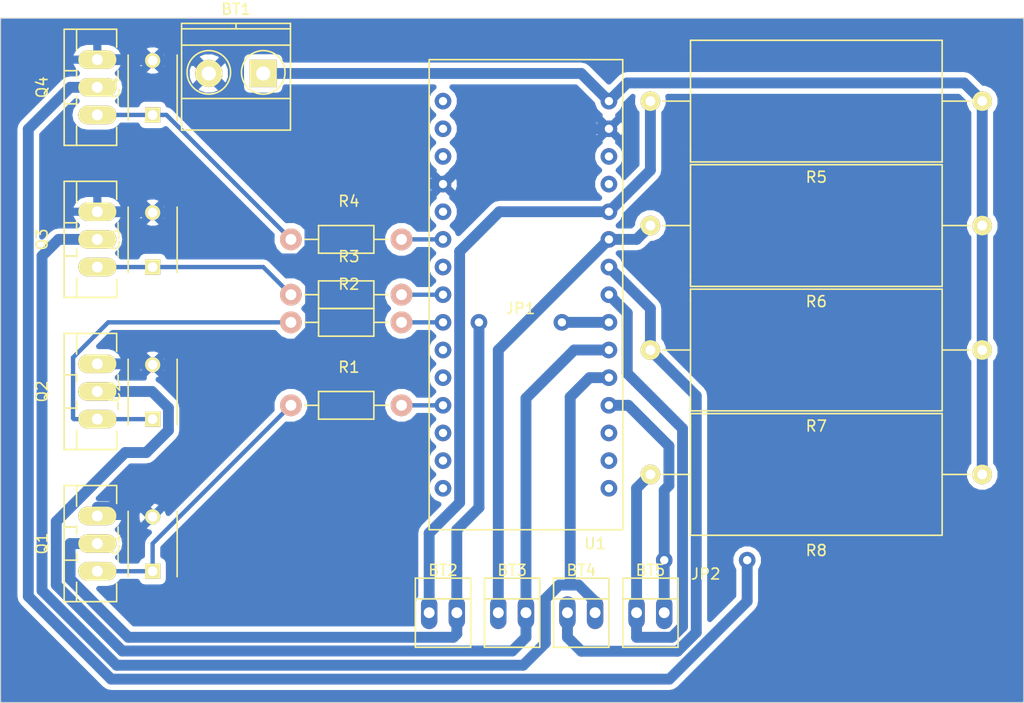
<source format=kicad_pcb>
(kicad_pcb (version 4) (host pcbnew 4.0.3-stable)

  (general
    (links 45)
    (no_connects 0)
    (area 85.039999 75.625 179.120001 140.385001)
    (thickness 1.6)
    (drawings 4)
    (tracks 143)
    (zones 0)
    (modules 24)
    (nets 21)
  )

  (page A4)
  (layers
    (0 F.Cu signal)
    (31 B.Cu signal)
    (32 B.Adhes user)
    (33 F.Adhes user)
    (34 B.Paste user)
    (35 F.Paste user)
    (36 B.SilkS user)
    (37 F.SilkS user)
    (38 B.Mask user)
    (39 F.Mask user)
    (40 Dwgs.User user)
    (41 Cmts.User user)
    (42 Eco1.User user)
    (43 Eco2.User user)
    (44 Edge.Cuts user)
    (45 Margin user)
    (46 B.CrtYd user)
    (47 F.CrtYd user)
    (48 B.Fab user)
    (49 F.Fab user)
  )

  (setup
    (last_trace_width 0.4)
    (trace_clearance 0.15)
    (zone_clearance 0.5)
    (zone_45_only no)
    (trace_min 0.4)
    (segment_width 0.2)
    (edge_width 0.1)
    (via_size 0.6)
    (via_drill 0.4)
    (via_min_size 0.4)
    (via_min_drill 0.3)
    (uvia_size 0.3)
    (uvia_drill 0.1)
    (uvias_allowed no)
    (uvia_min_size 0.2)
    (uvia_min_drill 0.1)
    (pcb_text_width 0.3)
    (pcb_text_size 1.5 1.5)
    (mod_edge_width 0.15)
    (mod_text_size 1 1)
    (mod_text_width 0.15)
    (pad_size 1.5 1.5)
    (pad_drill 0.6)
    (pad_to_mask_clearance 0)
    (aux_axis_origin 0 0)
    (visible_elements 7FFFFFFF)
    (pcbplotparams
      (layerselection 0x00030_80000001)
      (usegerberextensions false)
      (excludeedgelayer true)
      (linewidth 0.100000)
      (plotframeref false)
      (viasonmask false)
      (mode 1)
      (useauxorigin false)
      (hpglpennumber 1)
      (hpglpenspeed 20)
      (hpglpendiameter 15)
      (hpglpenoverlay 2)
      (psnegative false)
      (psa4output false)
      (plotreference true)
      (plotvalue true)
      (plotinvisibletext false)
      (padsonsilk false)
      (subtractmaskfromsilk false)
      (outputformat 1)
      (mirror false)
      (drillshape 1)
      (scaleselection 1)
      (outputdirectory ""))
  )

  (net 0 "")
  (net 1 /GND)
  (net 2 "Net-(BT2-Pad1)")
  (net 3 "Net-(BT2-Pad2)")
  (net 4 "Net-(BT3-Pad1)")
  (net 5 "Net-(BT3-Pad2)")
  (net 6 "Net-(BT4-Pad1)")
  (net 7 "Net-(BT4-Pad2)")
  (net 8 "Net-(BT5-Pad1)")
  (net 9 "Net-(BT5-Pad2)")
  (net 10 "Net-(C1-Pad1)")
  (net 11 "Net-(C2-Pad1)")
  (net 12 "Net-(C3-Pad1)")
  (net 13 "Net-(C4-Pad1)")
  (net 14 "Net-(R1-Pad2)")
  (net 15 "Net-(R2-Pad2)")
  (net 16 "Net-(R3-Pad2)")
  (net 17 "Net-(R4-Pad2)")
  (net 18 /VIN)
  (net 19 "Net-(JP1-Pad1)")
  (net 20 "Net-(JP2-Pad2)")

  (net_class Default "This is the default net class."
    (clearance 0.15)
    (trace_width 0.4)
    (via_dia 0.6)
    (via_drill 0.4)
    (uvia_dia 0.3)
    (uvia_drill 0.1)
    (add_net "Net-(C1-Pad1)")
    (add_net "Net-(C2-Pad1)")
    (add_net "Net-(C3-Pad1)")
    (add_net "Net-(C4-Pad1)")
    (add_net "Net-(R1-Pad2)")
    (add_net "Net-(R2-Pad2)")
    (add_net "Net-(R3-Pad2)")
    (add_net "Net-(R4-Pad2)")
  )

  (net_class Power ""
    (clearance 0.25)
    (trace_width 1)
    (via_dia 0.6)
    (via_drill 0.4)
    (uvia_dia 0.3)
    (uvia_drill 0.1)
    (add_net /GND)
    (add_net /VIN)
    (add_net "Net-(BT2-Pad1)")
    (add_net "Net-(BT2-Pad2)")
    (add_net "Net-(BT3-Pad1)")
    (add_net "Net-(BT3-Pad2)")
    (add_net "Net-(BT4-Pad1)")
    (add_net "Net-(BT4-Pad2)")
    (add_net "Net-(BT5-Pad1)")
    (add_net "Net-(BT5-Pad2)")
    (add_net "Net-(JP1-Pad1)")
    (add_net "Net-(JP2-Pad2)")
  )

  (module Custom:Arduino_NANO (layer F.Cu) (tedit 57FCA286) (tstamp 57FCBC00)
    (at 140.97 120.65 90)
    (path /57FCAF88)
    (fp_text reference U1 (at -5.08 -1.27 180) (layer F.SilkS)
      (effects (font (size 1 1) (thickness 0.15)))
    )
    (fp_text value Arduino_NANO (at 40.64 -7.62 180) (layer F.Fab)
      (effects (font (size 1 1) (thickness 0.15)))
    )
    (fp_line (start 39.37 1.27) (end 39.37 -16.51) (layer F.SilkS) (width 0.15))
    (fp_line (start 39.37 -16.51) (end -3.81 -16.51) (layer F.SilkS) (width 0.15))
    (fp_line (start -3.81 -16.51) (end -3.81 1.27) (layer F.SilkS) (width 0.15))
    (fp_line (start -3.81 1.27) (end 39.37 1.27) (layer F.SilkS) (width 0.15))
    (pad 1 thru_hole circle (at 0 0 90) (size 1.524 1.524) (drill 0.762) (layers *.Cu *.Mask))
    (pad 2 thru_hole circle (at 2.54 0 90) (size 1.524 1.524) (drill 0.762) (layers *.Cu *.Mask))
    (pad 3 thru_hole circle (at 5.08 0 90) (size 1.524 1.524) (drill 0.762) (layers *.Cu *.Mask))
    (pad 4 thru_hole circle (at 7.62 0 90) (size 1.524 1.524) (drill 0.762) (layers *.Cu *.Mask)
      (net 9 "Net-(BT5-Pad2)"))
    (pad 5 thru_hole circle (at 10.16 0 90) (size 1.524 1.524) (drill 0.762) (layers *.Cu *.Mask)
      (net 7 "Net-(BT4-Pad2)"))
    (pad 6 thru_hole circle (at 12.7 0 90) (size 1.524 1.524) (drill 0.762) (layers *.Cu *.Mask)
      (net 5 "Net-(BT3-Pad2)"))
    (pad 7 thru_hole circle (at 15.24 0 90) (size 1.524 1.524) (drill 0.762) (layers *.Cu *.Mask)
      (net 19 "Net-(JP1-Pad1)"))
    (pad 8 thru_hole circle (at 17.78 0 90) (size 1.524 1.524) (drill 0.762) (layers *.Cu *.Mask)
      (net 8 "Net-(BT5-Pad1)"))
    (pad 9 thru_hole circle (at 20.32 0 90) (size 1.524 1.524) (drill 0.762) (layers *.Cu *.Mask)
      (net 6 "Net-(BT4-Pad1)"))
    (pad 10 thru_hole circle (at 22.86 0 90) (size 1.524 1.524) (drill 0.762) (layers *.Cu *.Mask)
      (net 4 "Net-(BT3-Pad1)"))
    (pad 11 thru_hole circle (at 25.4 0 90) (size 1.524 1.524) (drill 0.762) (layers *.Cu *.Mask)
      (net 2 "Net-(BT2-Pad1)"))
    (pad 12 thru_hole circle (at 27.94 0 90) (size 1.524 1.524) (drill 0.762) (layers *.Cu *.Mask))
    (pad 13 thru_hole circle (at 30.48 0 90) (size 1.524 1.524) (drill 0.762) (layers *.Cu *.Mask))
    (pad 14 thru_hole circle (at 33.02 0 90) (size 1.524 1.524) (drill 0.762) (layers *.Cu *.Mask)
      (net 1 /GND))
    (pad 15 thru_hole circle (at 35.56 0 90) (size 1.524 1.524) (drill 0.762) (layers *.Cu *.Mask)
      (net 18 /VIN))
    (pad 16 thru_hole circle (at 35.56 -15.24 90) (size 1.524 1.524) (drill 0.762) (layers *.Cu *.Mask))
    (pad 17 thru_hole circle (at 33.02 -15.24 90) (size 1.524 1.524) (drill 0.762) (layers *.Cu *.Mask))
    (pad 18 thru_hole circle (at 30.48 -15.24 90) (size 1.524 1.524) (drill 0.762) (layers *.Cu *.Mask))
    (pad 19 thru_hole circle (at 27.94 -15.24 90) (size 1.524 1.524) (drill 0.762) (layers *.Cu *.Mask)
      (net 1 /GND))
    (pad 20 thru_hole circle (at 25.4 -15.24 90) (size 1.524 1.524) (drill 0.762) (layers *.Cu *.Mask))
    (pad 21 thru_hole circle (at 22.86 -15.24 90) (size 1.524 1.524) (drill 0.762) (layers *.Cu *.Mask)
      (net 17 "Net-(R4-Pad2)"))
    (pad 22 thru_hole circle (at 20.32 -15.24 90) (size 1.524 1.524) (drill 0.762) (layers *.Cu *.Mask))
    (pad 23 thru_hole circle (at 17.78 -15.24 90) (size 1.524 1.524) (drill 0.762) (layers *.Cu *.Mask)
      (net 16 "Net-(R3-Pad2)"))
    (pad 24 thru_hole circle (at 15.24 -15.24 90) (size 1.524 1.524) (drill 0.762) (layers *.Cu *.Mask)
      (net 15 "Net-(R2-Pad2)"))
    (pad 25 thru_hole circle (at 12.7 -15.24 90) (size 1.524 1.524) (drill 0.762) (layers *.Cu *.Mask))
    (pad 26 thru_hole circle (at 10.16 -15.24 90) (size 1.524 1.524) (drill 0.762) (layers *.Cu *.Mask))
    (pad 27 thru_hole circle (at 7.62 -15.24 90) (size 1.524 1.524) (drill 0.762) (layers *.Cu *.Mask)
      (net 14 "Net-(R1-Pad2)"))
    (pad 28 thru_hole circle (at 5.08 -15.24 90) (size 1.524 1.524) (drill 0.762) (layers *.Cu *.Mask))
    (pad 29 thru_hole circle (at 2.54 -15.24 90) (size 1.524 1.524) (drill 0.762) (layers *.Cu *.Mask))
    (pad 30 thru_hole circle (at 0 -15.24 90) (size 1.524 1.524) (drill 0.762) (layers *.Cu *.Mask))
    (model Socket_Strips.3dshapes/Socket_Strip_Straight_1x15.wrl
      (at (xyz 0.7 0 0))
      (scale (xyz 1 1 1))
      (rotate (xyz 0 0 0))
    )
    (model Socket_Strips.3dshapes/Socket_Strip_Straight_1x15.wrl
      (at (xyz 0.7 0.6 0))
      (scale (xyz 1 1 1))
      (rotate (xyz 0 0 0))
    )
  )

  (module Connect:PINHEAD1-2 (layer F.Cu) (tedit 0) (tstamp 57FCBB76)
    (at 144.78 132.08)
    (path /57EBB8C5)
    (attr virtual)
    (fp_text reference BT5 (at 0 -3.9) (layer F.SilkS)
      (effects (font (size 1 1) (thickness 0.15)))
    )
    (fp_text value Battery (at 0 3.81) (layer F.Fab)
      (effects (font (size 1 1) (thickness 0.15)))
    )
    (fp_line (start 2.54 -1.27) (end -2.54 -1.27) (layer F.SilkS) (width 0.15))
    (fp_line (start 2.54 3.175) (end -2.54 3.175) (layer F.SilkS) (width 0.15))
    (fp_line (start -2.54 -3.175) (end 2.54 -3.175) (layer F.SilkS) (width 0.15))
    (fp_line (start -2.54 -3.175) (end -2.54 3.175) (layer F.SilkS) (width 0.15))
    (fp_line (start 2.54 -3.175) (end 2.54 3.175) (layer F.SilkS) (width 0.15))
    (pad 1 thru_hole oval (at -1.27 0) (size 1.50622 3.01498) (drill 0.99822) (layers *.Cu *.Mask)
      (net 8 "Net-(BT5-Pad1)"))
    (pad 2 thru_hole oval (at 1.27 0) (size 1.50622 3.01498) (drill 0.99822) (layers *.Cu *.Mask)
      (net 9 "Net-(BT5-Pad2)"))
  )

  (module Terminal_Blocks:TerminalBlock_Pheonix_MKDS1.5-2pol (layer F.Cu) (tedit 563007E4) (tstamp 57FCBB5E)
    (at 109.22 82.55 180)
    (descr "2-way 5mm pitch terminal block, Phoenix MKDS series")
    (path /57EBB7A9)
    (fp_text reference BT1 (at 2.5 5.9 180) (layer F.SilkS)
      (effects (font (size 1 1) (thickness 0.15)))
    )
    (fp_text value Battery (at 2.5 -6.6 180) (layer F.Fab)
      (effects (font (size 1 1) (thickness 0.15)))
    )
    (fp_line (start -2.7 -5.4) (end 7.7 -5.4) (layer F.CrtYd) (width 0.05))
    (fp_line (start -2.7 4.8) (end -2.7 -5.4) (layer F.CrtYd) (width 0.05))
    (fp_line (start 7.7 4.8) (end -2.7 4.8) (layer F.CrtYd) (width 0.05))
    (fp_line (start 7.7 -5.4) (end 7.7 4.8) (layer F.CrtYd) (width 0.05))
    (fp_line (start 2.5 4.1) (end 2.5 4.6) (layer F.SilkS) (width 0.15))
    (fp_circle (center 5 0.1) (end 3 0.1) (layer F.SilkS) (width 0.15))
    (fp_circle (center 0 0.1) (end 2 0.1) (layer F.SilkS) (width 0.15))
    (fp_line (start -2.5 2.6) (end 7.5 2.6) (layer F.SilkS) (width 0.15))
    (fp_line (start -2.5 -2.3) (end 7.5 -2.3) (layer F.SilkS) (width 0.15))
    (fp_line (start -2.5 4.1) (end 7.5 4.1) (layer F.SilkS) (width 0.15))
    (fp_line (start -2.5 4.6) (end 7.5 4.6) (layer F.SilkS) (width 0.15))
    (fp_line (start 7.5 4.6) (end 7.5 -5.2) (layer F.SilkS) (width 0.15))
    (fp_line (start 7.5 -5.2) (end -2.5 -5.2) (layer F.SilkS) (width 0.15))
    (fp_line (start -2.5 -5.2) (end -2.5 4.6) (layer F.SilkS) (width 0.15))
    (pad 1 thru_hole rect (at 0 0 180) (size 2.5 2.5) (drill 1.3) (layers *.Cu *.Mask F.SilkS)
      (net 18 /VIN))
    (pad 2 thru_hole circle (at 5 0 180) (size 2.5 2.5) (drill 1.3) (layers *.Cu *.Mask F.SilkS)
      (net 1 /GND))
    (model Terminal_Blocks.3dshapes/TerminalBlock_Pheonix_MKDS1.5-2pol.wrl
      (at (xyz 0.0984 0 0))
      (scale (xyz 1 1 1))
      (rotate (xyz 0 0 0))
    )
  )

  (module Connect:PINHEAD1-2 (layer F.Cu) (tedit 0) (tstamp 57FCBB64)
    (at 125.73 132.08)
    (path /57EBB82C)
    (attr virtual)
    (fp_text reference BT2 (at 0 -3.9) (layer F.SilkS)
      (effects (font (size 1 1) (thickness 0.15)))
    )
    (fp_text value Battery (at 0 3.81) (layer F.Fab)
      (effects (font (size 1 1) (thickness 0.15)))
    )
    (fp_line (start 2.54 -1.27) (end -2.54 -1.27) (layer F.SilkS) (width 0.15))
    (fp_line (start 2.54 3.175) (end -2.54 3.175) (layer F.SilkS) (width 0.15))
    (fp_line (start -2.54 -3.175) (end 2.54 -3.175) (layer F.SilkS) (width 0.15))
    (fp_line (start -2.54 -3.175) (end -2.54 3.175) (layer F.SilkS) (width 0.15))
    (fp_line (start 2.54 -3.175) (end 2.54 3.175) (layer F.SilkS) (width 0.15))
    (pad 1 thru_hole oval (at -1.27 0) (size 1.50622 3.01498) (drill 0.99822) (layers *.Cu *.Mask)
      (net 2 "Net-(BT2-Pad1)"))
    (pad 2 thru_hole oval (at 1.27 0) (size 1.50622 3.01498) (drill 0.99822) (layers *.Cu *.Mask)
      (net 3 "Net-(BT2-Pad2)"))
  )

  (module Connect:PINHEAD1-2 (layer F.Cu) (tedit 0) (tstamp 57FCBB6A)
    (at 132.08 132.08)
    (path /57EBB857)
    (attr virtual)
    (fp_text reference BT3 (at 0 -3.9) (layer F.SilkS)
      (effects (font (size 1 1) (thickness 0.15)))
    )
    (fp_text value Battery (at 0 3.81) (layer F.Fab)
      (effects (font (size 1 1) (thickness 0.15)))
    )
    (fp_line (start 2.54 -1.27) (end -2.54 -1.27) (layer F.SilkS) (width 0.15))
    (fp_line (start 2.54 3.175) (end -2.54 3.175) (layer F.SilkS) (width 0.15))
    (fp_line (start -2.54 -3.175) (end 2.54 -3.175) (layer F.SilkS) (width 0.15))
    (fp_line (start -2.54 -3.175) (end -2.54 3.175) (layer F.SilkS) (width 0.15))
    (fp_line (start 2.54 -3.175) (end 2.54 3.175) (layer F.SilkS) (width 0.15))
    (pad 1 thru_hole oval (at -1.27 0) (size 1.50622 3.01498) (drill 0.99822) (layers *.Cu *.Mask)
      (net 4 "Net-(BT3-Pad1)"))
    (pad 2 thru_hole oval (at 1.27 0) (size 1.50622 3.01498) (drill 0.99822) (layers *.Cu *.Mask)
      (net 5 "Net-(BT3-Pad2)"))
  )

  (module Connect:PINHEAD1-2 (layer F.Cu) (tedit 0) (tstamp 57FCBB70)
    (at 138.43 132.08)
    (path /57EBB886)
    (attr virtual)
    (fp_text reference BT4 (at 0 -3.9) (layer F.SilkS)
      (effects (font (size 1 1) (thickness 0.15)))
    )
    (fp_text value Battery (at 0 3.81) (layer F.Fab)
      (effects (font (size 1 1) (thickness 0.15)))
    )
    (fp_line (start 2.54 -1.27) (end -2.54 -1.27) (layer F.SilkS) (width 0.15))
    (fp_line (start 2.54 3.175) (end -2.54 3.175) (layer F.SilkS) (width 0.15))
    (fp_line (start -2.54 -3.175) (end 2.54 -3.175) (layer F.SilkS) (width 0.15))
    (fp_line (start -2.54 -3.175) (end -2.54 3.175) (layer F.SilkS) (width 0.15))
    (fp_line (start 2.54 -3.175) (end 2.54 3.175) (layer F.SilkS) (width 0.15))
    (pad 1 thru_hole oval (at -1.27 0) (size 1.50622 3.01498) (drill 0.99822) (layers *.Cu *.Mask)
      (net 6 "Net-(BT4-Pad1)"))
    (pad 2 thru_hole oval (at 1.27 0) (size 1.50622 3.01498) (drill 0.99822) (layers *.Cu *.Mask)
      (net 7 "Net-(BT4-Pad2)"))
  )

  (module Capacitors_ThroughHole:C_Disc_D6_P5 (layer F.Cu) (tedit 0) (tstamp 57FCBB7C)
    (at 99.06 128.27 90)
    (descr "Capacitor 6mm Disc, Pitch 5mm")
    (tags Capacitor)
    (path /57EBC797)
    (fp_text reference C1 (at 2.5 -3.5 90) (layer F.SilkS)
      (effects (font (size 1 1) (thickness 0.15)))
    )
    (fp_text value 1uF (at 2.5 3.5 90) (layer F.Fab)
      (effects (font (size 1 1) (thickness 0.15)))
    )
    (fp_line (start -0.95 -2.5) (end 5.95 -2.5) (layer F.CrtYd) (width 0.05))
    (fp_line (start 5.95 -2.5) (end 5.95 2.5) (layer F.CrtYd) (width 0.05))
    (fp_line (start 5.95 2.5) (end -0.95 2.5) (layer F.CrtYd) (width 0.05))
    (fp_line (start -0.95 2.5) (end -0.95 -2.5) (layer F.CrtYd) (width 0.05))
    (fp_line (start -0.5 -2.25) (end 5.5 -2.25) (layer F.SilkS) (width 0.15))
    (fp_line (start 5.5 2.25) (end -0.5 2.25) (layer F.SilkS) (width 0.15))
    (pad 1 thru_hole rect (at 0 0 90) (size 1.4 1.4) (drill 0.9) (layers *.Cu *.Mask F.SilkS)
      (net 10 "Net-(C1-Pad1)"))
    (pad 2 thru_hole circle (at 5 0 90) (size 1.4 1.4) (drill 0.9) (layers *.Cu *.Mask F.SilkS)
      (net 1 /GND))
    (model Capacitors_ThroughHole.3dshapes/C_Disc_D6_P5.wrl
      (at (xyz 0.0984252 0 0))
      (scale (xyz 1 1 1))
      (rotate (xyz 0 0 0))
    )
  )

  (module Capacitors_ThroughHole:C_Disc_D6_P5 (layer F.Cu) (tedit 0) (tstamp 57FCBB82)
    (at 99.06 114.3 90)
    (descr "Capacitor 6mm Disc, Pitch 5mm")
    (tags Capacitor)
    (path /57EBC75E)
    (fp_text reference C2 (at 2.5 -3.5 90) (layer F.SilkS)
      (effects (font (size 1 1) (thickness 0.15)))
    )
    (fp_text value 1uF (at 2.5 3.5 90) (layer F.Fab)
      (effects (font (size 1 1) (thickness 0.15)))
    )
    (fp_line (start -0.95 -2.5) (end 5.95 -2.5) (layer F.CrtYd) (width 0.05))
    (fp_line (start 5.95 -2.5) (end 5.95 2.5) (layer F.CrtYd) (width 0.05))
    (fp_line (start 5.95 2.5) (end -0.95 2.5) (layer F.CrtYd) (width 0.05))
    (fp_line (start -0.95 2.5) (end -0.95 -2.5) (layer F.CrtYd) (width 0.05))
    (fp_line (start -0.5 -2.25) (end 5.5 -2.25) (layer F.SilkS) (width 0.15))
    (fp_line (start 5.5 2.25) (end -0.5 2.25) (layer F.SilkS) (width 0.15))
    (pad 1 thru_hole rect (at 0 0 90) (size 1.4 1.4) (drill 0.9) (layers *.Cu *.Mask F.SilkS)
      (net 11 "Net-(C2-Pad1)"))
    (pad 2 thru_hole circle (at 5 0 90) (size 1.4 1.4) (drill 0.9) (layers *.Cu *.Mask F.SilkS)
      (net 1 /GND))
    (model Capacitors_ThroughHole.3dshapes/C_Disc_D6_P5.wrl
      (at (xyz 0.0984252 0 0))
      (scale (xyz 1 1 1))
      (rotate (xyz 0 0 0))
    )
  )

  (module Capacitors_ThroughHole:C_Disc_D6_P5 (layer F.Cu) (tedit 0) (tstamp 57FCBB88)
    (at 99.06 100.33 90)
    (descr "Capacitor 6mm Disc, Pitch 5mm")
    (tags Capacitor)
    (path /57EBC6FD)
    (fp_text reference C3 (at 2.5 -3.5 90) (layer F.SilkS)
      (effects (font (size 1 1) (thickness 0.15)))
    )
    (fp_text value 1uF (at 2.5 3.5 90) (layer F.Fab)
      (effects (font (size 1 1) (thickness 0.15)))
    )
    (fp_line (start -0.95 -2.5) (end 5.95 -2.5) (layer F.CrtYd) (width 0.05))
    (fp_line (start 5.95 -2.5) (end 5.95 2.5) (layer F.CrtYd) (width 0.05))
    (fp_line (start 5.95 2.5) (end -0.95 2.5) (layer F.CrtYd) (width 0.05))
    (fp_line (start -0.95 2.5) (end -0.95 -2.5) (layer F.CrtYd) (width 0.05))
    (fp_line (start -0.5 -2.25) (end 5.5 -2.25) (layer F.SilkS) (width 0.15))
    (fp_line (start 5.5 2.25) (end -0.5 2.25) (layer F.SilkS) (width 0.15))
    (pad 1 thru_hole rect (at 0 0 90) (size 1.4 1.4) (drill 0.9) (layers *.Cu *.Mask F.SilkS)
      (net 12 "Net-(C3-Pad1)"))
    (pad 2 thru_hole circle (at 5 0 90) (size 1.4 1.4) (drill 0.9) (layers *.Cu *.Mask F.SilkS)
      (net 1 /GND))
    (model Capacitors_ThroughHole.3dshapes/C_Disc_D6_P5.wrl
      (at (xyz 0.0984252 0 0))
      (scale (xyz 1 1 1))
      (rotate (xyz 0 0 0))
    )
  )

  (module Capacitors_ThroughHole:C_Disc_D6_P5 (layer F.Cu) (tedit 0) (tstamp 57FCBB8E)
    (at 99.06 86.36 90)
    (descr "Capacitor 6mm Disc, Pitch 5mm")
    (tags Capacitor)
    (path /57EBC6AE)
    (fp_text reference C4 (at 2.5 -3.5 90) (layer F.SilkS)
      (effects (font (size 1 1) (thickness 0.15)))
    )
    (fp_text value 1uF (at 2.5 3.5 90) (layer F.Fab)
      (effects (font (size 1 1) (thickness 0.15)))
    )
    (fp_line (start -0.95 -2.5) (end 5.95 -2.5) (layer F.CrtYd) (width 0.05))
    (fp_line (start 5.95 -2.5) (end 5.95 2.5) (layer F.CrtYd) (width 0.05))
    (fp_line (start 5.95 2.5) (end -0.95 2.5) (layer F.CrtYd) (width 0.05))
    (fp_line (start -0.95 2.5) (end -0.95 -2.5) (layer F.CrtYd) (width 0.05))
    (fp_line (start -0.5 -2.25) (end 5.5 -2.25) (layer F.SilkS) (width 0.15))
    (fp_line (start 5.5 2.25) (end -0.5 2.25) (layer F.SilkS) (width 0.15))
    (pad 1 thru_hole rect (at 0 0 90) (size 1.4 1.4) (drill 0.9) (layers *.Cu *.Mask F.SilkS)
      (net 13 "Net-(C4-Pad1)"))
    (pad 2 thru_hole circle (at 5 0 90) (size 1.4 1.4) (drill 0.9) (layers *.Cu *.Mask F.SilkS)
      (net 1 /GND))
    (model Capacitors_ThroughHole.3dshapes/C_Disc_D6_P5.wrl
      (at (xyz 0.0984252 0 0))
      (scale (xyz 1 1 1))
      (rotate (xyz 0 0 0))
    )
  )

  (module TO_SOT_Packages_THT:TO-220_Neutral123_Vertical_LargePads (layer F.Cu) (tedit 0) (tstamp 57FCBB95)
    (at 93.98 125.73 90)
    (descr "TO-220, Neutral, Vertical, Large Pads,")
    (tags "TO-220, Neutral, Vertical, Large Pads,")
    (path /57EBBA30)
    (fp_text reference Q1 (at 0 -5.08 90) (layer F.SilkS)
      (effects (font (size 1 1) (thickness 0.15)))
    )
    (fp_text value IRF510 (at 0 3.81 90) (layer F.Fab)
      (effects (font (size 1 1) (thickness 0.15)))
    )
    (fp_line (start 5.334 -1.905) (end 3.429 -1.905) (layer F.SilkS) (width 0.15))
    (fp_line (start 0.889 -1.905) (end 1.651 -1.905) (layer F.SilkS) (width 0.15))
    (fp_line (start -1.524 -1.905) (end -1.651 -1.905) (layer F.SilkS) (width 0.15))
    (fp_line (start -1.524 -1.905) (end -0.889 -1.905) (layer F.SilkS) (width 0.15))
    (fp_line (start -5.334 -1.905) (end -3.556 -1.905) (layer F.SilkS) (width 0.15))
    (fp_line (start -5.334 1.778) (end -3.683 1.778) (layer F.SilkS) (width 0.15))
    (fp_line (start -1.016 1.905) (end -1.651 1.905) (layer F.SilkS) (width 0.15))
    (fp_line (start 1.524 1.905) (end 0.889 1.905) (layer F.SilkS) (width 0.15))
    (fp_line (start 5.334 1.778) (end 3.683 1.778) (layer F.SilkS) (width 0.15))
    (fp_line (start -1.524 -3.048) (end -1.524 -1.905) (layer F.SilkS) (width 0.15))
    (fp_line (start 1.524 -3.048) (end 1.524 -1.905) (layer F.SilkS) (width 0.15))
    (fp_line (start 5.334 -1.905) (end 5.334 1.778) (layer F.SilkS) (width 0.15))
    (fp_line (start -5.334 1.778) (end -5.334 -1.905) (layer F.SilkS) (width 0.15))
    (fp_line (start 5.334 -3.048) (end 5.334 -1.905) (layer F.SilkS) (width 0.15))
    (fp_line (start -5.334 -1.905) (end -5.334 -3.048) (layer F.SilkS) (width 0.15))
    (fp_line (start 0 -3.048) (end -5.334 -3.048) (layer F.SilkS) (width 0.15))
    (fp_line (start 0 -3.048) (end 5.334 -3.048) (layer F.SilkS) (width 0.15))
    (pad 2 thru_hole oval (at 0 0 180) (size 3.50012 1.69926) (drill 1.00076) (layers *.Cu *.Mask F.SilkS)
      (net 3 "Net-(BT2-Pad2)"))
    (pad 1 thru_hole oval (at -2.54 0 180) (size 3.50012 1.69926) (drill 1.00076) (layers *.Cu *.Mask F.SilkS)
      (net 10 "Net-(C1-Pad1)"))
    (pad 3 thru_hole oval (at 2.54 0 180) (size 3.50012 1.69926) (drill 1.00076) (layers *.Cu *.Mask F.SilkS)
      (net 1 /GND))
    (model TO_SOT_Packages_THT.3dshapes/TO-220_Neutral123_Vertical_LargePads.wrl
      (at (xyz 0 0 0))
      (scale (xyz 0.3937 0.3937 0.3937))
      (rotate (xyz 0 0 0))
    )
  )

  (module TO_SOT_Packages_THT:TO-220_Neutral123_Vertical_LargePads (layer F.Cu) (tedit 0) (tstamp 57FCBB9C)
    (at 93.98 111.76 90)
    (descr "TO-220, Neutral, Vertical, Large Pads,")
    (tags "TO-220, Neutral, Vertical, Large Pads,")
    (path /57EBBA9B)
    (fp_text reference Q2 (at 0 -5.08 90) (layer F.SilkS)
      (effects (font (size 1 1) (thickness 0.15)))
    )
    (fp_text value IRF510 (at 0 3.81 90) (layer F.Fab)
      (effects (font (size 1 1) (thickness 0.15)))
    )
    (fp_line (start 5.334 -1.905) (end 3.429 -1.905) (layer F.SilkS) (width 0.15))
    (fp_line (start 0.889 -1.905) (end 1.651 -1.905) (layer F.SilkS) (width 0.15))
    (fp_line (start -1.524 -1.905) (end -1.651 -1.905) (layer F.SilkS) (width 0.15))
    (fp_line (start -1.524 -1.905) (end -0.889 -1.905) (layer F.SilkS) (width 0.15))
    (fp_line (start -5.334 -1.905) (end -3.556 -1.905) (layer F.SilkS) (width 0.15))
    (fp_line (start -5.334 1.778) (end -3.683 1.778) (layer F.SilkS) (width 0.15))
    (fp_line (start -1.016 1.905) (end -1.651 1.905) (layer F.SilkS) (width 0.15))
    (fp_line (start 1.524 1.905) (end 0.889 1.905) (layer F.SilkS) (width 0.15))
    (fp_line (start 5.334 1.778) (end 3.683 1.778) (layer F.SilkS) (width 0.15))
    (fp_line (start -1.524 -3.048) (end -1.524 -1.905) (layer F.SilkS) (width 0.15))
    (fp_line (start 1.524 -3.048) (end 1.524 -1.905) (layer F.SilkS) (width 0.15))
    (fp_line (start 5.334 -1.905) (end 5.334 1.778) (layer F.SilkS) (width 0.15))
    (fp_line (start -5.334 1.778) (end -5.334 -1.905) (layer F.SilkS) (width 0.15))
    (fp_line (start 5.334 -3.048) (end 5.334 -1.905) (layer F.SilkS) (width 0.15))
    (fp_line (start -5.334 -1.905) (end -5.334 -3.048) (layer F.SilkS) (width 0.15))
    (fp_line (start 0 -3.048) (end -5.334 -3.048) (layer F.SilkS) (width 0.15))
    (fp_line (start 0 -3.048) (end 5.334 -3.048) (layer F.SilkS) (width 0.15))
    (pad 2 thru_hole oval (at 0 0 180) (size 3.50012 1.69926) (drill 1.00076) (layers *.Cu *.Mask F.SilkS)
      (net 5 "Net-(BT3-Pad2)"))
    (pad 1 thru_hole oval (at -2.54 0 180) (size 3.50012 1.69926) (drill 1.00076) (layers *.Cu *.Mask F.SilkS)
      (net 11 "Net-(C2-Pad1)"))
    (pad 3 thru_hole oval (at 2.54 0 180) (size 3.50012 1.69926) (drill 1.00076) (layers *.Cu *.Mask F.SilkS)
      (net 1 /GND))
    (model TO_SOT_Packages_THT.3dshapes/TO-220_Neutral123_Vertical_LargePads.wrl
      (at (xyz 0 0 0))
      (scale (xyz 0.3937 0.3937 0.3937))
      (rotate (xyz 0 0 0))
    )
  )

  (module TO_SOT_Packages_THT:TO-220_Neutral123_Vertical_LargePads (layer F.Cu) (tedit 0) (tstamp 57FCBBA3)
    (at 93.98 97.79 90)
    (descr "TO-220, Neutral, Vertical, Large Pads,")
    (tags "TO-220, Neutral, Vertical, Large Pads,")
    (path /57EBBC15)
    (fp_text reference Q3 (at 0 -5.08 90) (layer F.SilkS)
      (effects (font (size 1 1) (thickness 0.15)))
    )
    (fp_text value IRF510 (at 0 3.81 90) (layer F.Fab)
      (effects (font (size 1 1) (thickness 0.15)))
    )
    (fp_line (start 5.334 -1.905) (end 3.429 -1.905) (layer F.SilkS) (width 0.15))
    (fp_line (start 0.889 -1.905) (end 1.651 -1.905) (layer F.SilkS) (width 0.15))
    (fp_line (start -1.524 -1.905) (end -1.651 -1.905) (layer F.SilkS) (width 0.15))
    (fp_line (start -1.524 -1.905) (end -0.889 -1.905) (layer F.SilkS) (width 0.15))
    (fp_line (start -5.334 -1.905) (end -3.556 -1.905) (layer F.SilkS) (width 0.15))
    (fp_line (start -5.334 1.778) (end -3.683 1.778) (layer F.SilkS) (width 0.15))
    (fp_line (start -1.016 1.905) (end -1.651 1.905) (layer F.SilkS) (width 0.15))
    (fp_line (start 1.524 1.905) (end 0.889 1.905) (layer F.SilkS) (width 0.15))
    (fp_line (start 5.334 1.778) (end 3.683 1.778) (layer F.SilkS) (width 0.15))
    (fp_line (start -1.524 -3.048) (end -1.524 -1.905) (layer F.SilkS) (width 0.15))
    (fp_line (start 1.524 -3.048) (end 1.524 -1.905) (layer F.SilkS) (width 0.15))
    (fp_line (start 5.334 -1.905) (end 5.334 1.778) (layer F.SilkS) (width 0.15))
    (fp_line (start -5.334 1.778) (end -5.334 -1.905) (layer F.SilkS) (width 0.15))
    (fp_line (start 5.334 -3.048) (end 5.334 -1.905) (layer F.SilkS) (width 0.15))
    (fp_line (start -5.334 -1.905) (end -5.334 -3.048) (layer F.SilkS) (width 0.15))
    (fp_line (start 0 -3.048) (end -5.334 -3.048) (layer F.SilkS) (width 0.15))
    (fp_line (start 0 -3.048) (end 5.334 -3.048) (layer F.SilkS) (width 0.15))
    (pad 2 thru_hole oval (at 0 0 180) (size 3.50012 1.69926) (drill 1.00076) (layers *.Cu *.Mask F.SilkS)
      (net 7 "Net-(BT4-Pad2)"))
    (pad 1 thru_hole oval (at -2.54 0 180) (size 3.50012 1.69926) (drill 1.00076) (layers *.Cu *.Mask F.SilkS)
      (net 12 "Net-(C3-Pad1)"))
    (pad 3 thru_hole oval (at 2.54 0 180) (size 3.50012 1.69926) (drill 1.00076) (layers *.Cu *.Mask F.SilkS)
      (net 1 /GND))
    (model TO_SOT_Packages_THT.3dshapes/TO-220_Neutral123_Vertical_LargePads.wrl
      (at (xyz 0 0 0))
      (scale (xyz 0.3937 0.3937 0.3937))
      (rotate (xyz 0 0 0))
    )
  )

  (module TO_SOT_Packages_THT:TO-220_Neutral123_Vertical_LargePads (layer F.Cu) (tedit 0) (tstamp 57FCBBAA)
    (at 93.98 83.82 90)
    (descr "TO-220, Neutral, Vertical, Large Pads,")
    (tags "TO-220, Neutral, Vertical, Large Pads,")
    (path /57EBBC56)
    (fp_text reference Q4 (at 0 -5.08 90) (layer F.SilkS)
      (effects (font (size 1 1) (thickness 0.15)))
    )
    (fp_text value IRF510 (at 0 3.81 90) (layer F.Fab)
      (effects (font (size 1 1) (thickness 0.15)))
    )
    (fp_line (start 5.334 -1.905) (end 3.429 -1.905) (layer F.SilkS) (width 0.15))
    (fp_line (start 0.889 -1.905) (end 1.651 -1.905) (layer F.SilkS) (width 0.15))
    (fp_line (start -1.524 -1.905) (end -1.651 -1.905) (layer F.SilkS) (width 0.15))
    (fp_line (start -1.524 -1.905) (end -0.889 -1.905) (layer F.SilkS) (width 0.15))
    (fp_line (start -5.334 -1.905) (end -3.556 -1.905) (layer F.SilkS) (width 0.15))
    (fp_line (start -5.334 1.778) (end -3.683 1.778) (layer F.SilkS) (width 0.15))
    (fp_line (start -1.016 1.905) (end -1.651 1.905) (layer F.SilkS) (width 0.15))
    (fp_line (start 1.524 1.905) (end 0.889 1.905) (layer F.SilkS) (width 0.15))
    (fp_line (start 5.334 1.778) (end 3.683 1.778) (layer F.SilkS) (width 0.15))
    (fp_line (start -1.524 -3.048) (end -1.524 -1.905) (layer F.SilkS) (width 0.15))
    (fp_line (start 1.524 -3.048) (end 1.524 -1.905) (layer F.SilkS) (width 0.15))
    (fp_line (start 5.334 -1.905) (end 5.334 1.778) (layer F.SilkS) (width 0.15))
    (fp_line (start -5.334 1.778) (end -5.334 -1.905) (layer F.SilkS) (width 0.15))
    (fp_line (start 5.334 -3.048) (end 5.334 -1.905) (layer F.SilkS) (width 0.15))
    (fp_line (start -5.334 -1.905) (end -5.334 -3.048) (layer F.SilkS) (width 0.15))
    (fp_line (start 0 -3.048) (end -5.334 -3.048) (layer F.SilkS) (width 0.15))
    (fp_line (start 0 -3.048) (end 5.334 -3.048) (layer F.SilkS) (width 0.15))
    (pad 2 thru_hole oval (at 0 0 180) (size 3.50012 1.69926) (drill 1.00076) (layers *.Cu *.Mask F.SilkS)
      (net 20 "Net-(JP2-Pad2)"))
    (pad 1 thru_hole oval (at -2.54 0 180) (size 3.50012 1.69926) (drill 1.00076) (layers *.Cu *.Mask F.SilkS)
      (net 13 "Net-(C4-Pad1)"))
    (pad 3 thru_hole oval (at 2.54 0 180) (size 3.50012 1.69926) (drill 1.00076) (layers *.Cu *.Mask F.SilkS)
      (net 1 /GND))
    (model TO_SOT_Packages_THT.3dshapes/TO-220_Neutral123_Vertical_LargePads.wrl
      (at (xyz 0 0 0))
      (scale (xyz 0.3937 0.3937 0.3937))
      (rotate (xyz 0 0 0))
    )
  )

  (module Resistors_ThroughHole:Resistor_Ceramic_Horizontal_L23mm-W9mm-H9mm-p30mm (layer F.Cu) (tedit 53FEE2D6) (tstamp 57FCBBC8)
    (at 160.02 85.09 180)
    (descr "Resistor, Ceramic, Horizontal")
    (tags "Resistor, Ceramic, Horizontal")
    (path /57EBB94C)
    (fp_text reference R5 (at 0 -6.985 180) (layer F.SilkS)
      (effects (font (size 1 1) (thickness 0.15)))
    )
    (fp_text value 10R (at -0.635 7.62 180) (layer F.Fab)
      (effects (font (size 1 1) (thickness 0.15)))
    )
    (fp_line (start -11.557 4.572) (end -11.557 5.588) (layer F.SilkS) (width 0.15))
    (fp_line (start -11.557 5.588) (end 11.557 5.588) (layer F.SilkS) (width 0.15))
    (fp_line (start 11.557 5.588) (end 11.557 4.572) (layer F.SilkS) (width 0.15))
    (fp_line (start -11.557 -4.572) (end -11.557 -5.588) (layer F.SilkS) (width 0.15))
    (fp_line (start -11.557 -5.588) (end 11.557 -5.588) (layer F.SilkS) (width 0.15))
    (fp_line (start 11.557 -5.588) (end 11.557 -4.572) (layer F.SilkS) (width 0.15))
    (fp_line (start 11.557 0) (end 14.097 0) (layer F.SilkS) (width 0.15))
    (fp_line (start -11.557 0) (end -14.097 0) (layer F.SilkS) (width 0.15))
    (fp_line (start -11.557 -4.572) (end -11.557 4.572) (layer F.SilkS) (width 0.15))
    (fp_line (start 11.557 4.572) (end 11.557 -4.572) (layer F.SilkS) (width 0.15))
    (pad 1 thru_hole circle (at -15.24 0) (size 1.8 1.8) (drill 0.9) (layers *.Cu *.Mask F.SilkS)
      (net 18 /VIN))
    (pad 2 thru_hole circle (at 15.24 0) (size 1.8 1.8) (drill 0.9) (layers *.Cu *.Mask F.SilkS)
      (net 2 "Net-(BT2-Pad1)"))
    (model Resistors_ThroughHole.3dshapes/Resistor_Ceramic_Horizontal_L23mm-W9mm-H9mm-p30mm.wrl
      (at (xyz 0 0 0))
      (scale (xyz 4 4 4))
      (rotate (xyz 0 0 0))
    )
  )

  (module Resistors_ThroughHole:Resistor_Ceramic_Horizontal_L23mm-W9mm-H9mm-p30mm (layer F.Cu) (tedit 53FEE2D6) (tstamp 57FCBBCE)
    (at 160.02 96.52 180)
    (descr "Resistor, Ceramic, Horizontal")
    (tags "Resistor, Ceramic, Horizontal")
    (path /57EBB98D)
    (fp_text reference R6 (at 0 -6.985 180) (layer F.SilkS)
      (effects (font (size 1 1) (thickness 0.15)))
    )
    (fp_text value 10R (at -0.635 7.62 180) (layer F.Fab)
      (effects (font (size 1 1) (thickness 0.15)))
    )
    (fp_line (start -11.557 4.572) (end -11.557 5.588) (layer F.SilkS) (width 0.15))
    (fp_line (start -11.557 5.588) (end 11.557 5.588) (layer F.SilkS) (width 0.15))
    (fp_line (start 11.557 5.588) (end 11.557 4.572) (layer F.SilkS) (width 0.15))
    (fp_line (start -11.557 -4.572) (end -11.557 -5.588) (layer F.SilkS) (width 0.15))
    (fp_line (start -11.557 -5.588) (end 11.557 -5.588) (layer F.SilkS) (width 0.15))
    (fp_line (start 11.557 -5.588) (end 11.557 -4.572) (layer F.SilkS) (width 0.15))
    (fp_line (start 11.557 0) (end 14.097 0) (layer F.SilkS) (width 0.15))
    (fp_line (start -11.557 0) (end -14.097 0) (layer F.SilkS) (width 0.15))
    (fp_line (start -11.557 -4.572) (end -11.557 4.572) (layer F.SilkS) (width 0.15))
    (fp_line (start 11.557 4.572) (end 11.557 -4.572) (layer F.SilkS) (width 0.15))
    (pad 1 thru_hole circle (at -15.24 0) (size 1.8 1.8) (drill 0.9) (layers *.Cu *.Mask F.SilkS)
      (net 18 /VIN))
    (pad 2 thru_hole circle (at 15.24 0) (size 1.8 1.8) (drill 0.9) (layers *.Cu *.Mask F.SilkS)
      (net 4 "Net-(BT3-Pad1)"))
    (model Resistors_ThroughHole.3dshapes/Resistor_Ceramic_Horizontal_L23mm-W9mm-H9mm-p30mm.wrl
      (at (xyz 0 0 0))
      (scale (xyz 4 4 4))
      (rotate (xyz 0 0 0))
    )
  )

  (module Resistors_ThroughHole:Resistor_Ceramic_Horizontal_L23mm-W9mm-H9mm-p30mm (layer F.Cu) (tedit 53FEE2D6) (tstamp 57FCBBD4)
    (at 160.02 107.95 180)
    (descr "Resistor, Ceramic, Horizontal")
    (tags "Resistor, Ceramic, Horizontal")
    (path /57EBB9B2)
    (fp_text reference R7 (at 0 -6.985 180) (layer F.SilkS)
      (effects (font (size 1 1) (thickness 0.15)))
    )
    (fp_text value 10R (at -0.635 7.62 180) (layer F.Fab)
      (effects (font (size 1 1) (thickness 0.15)))
    )
    (fp_line (start -11.557 4.572) (end -11.557 5.588) (layer F.SilkS) (width 0.15))
    (fp_line (start -11.557 5.588) (end 11.557 5.588) (layer F.SilkS) (width 0.15))
    (fp_line (start 11.557 5.588) (end 11.557 4.572) (layer F.SilkS) (width 0.15))
    (fp_line (start -11.557 -4.572) (end -11.557 -5.588) (layer F.SilkS) (width 0.15))
    (fp_line (start -11.557 -5.588) (end 11.557 -5.588) (layer F.SilkS) (width 0.15))
    (fp_line (start 11.557 -5.588) (end 11.557 -4.572) (layer F.SilkS) (width 0.15))
    (fp_line (start 11.557 0) (end 14.097 0) (layer F.SilkS) (width 0.15))
    (fp_line (start -11.557 0) (end -14.097 0) (layer F.SilkS) (width 0.15))
    (fp_line (start -11.557 -4.572) (end -11.557 4.572) (layer F.SilkS) (width 0.15))
    (fp_line (start 11.557 4.572) (end 11.557 -4.572) (layer F.SilkS) (width 0.15))
    (pad 1 thru_hole circle (at -15.24 0) (size 1.8 1.8) (drill 0.9) (layers *.Cu *.Mask F.SilkS)
      (net 18 /VIN))
    (pad 2 thru_hole circle (at 15.24 0) (size 1.8 1.8) (drill 0.9) (layers *.Cu *.Mask F.SilkS)
      (net 6 "Net-(BT4-Pad1)"))
    (model Resistors_ThroughHole.3dshapes/Resistor_Ceramic_Horizontal_L23mm-W9mm-H9mm-p30mm.wrl
      (at (xyz 0 0 0))
      (scale (xyz 4 4 4))
      (rotate (xyz 0 0 0))
    )
  )

  (module Resistors_ThroughHole:Resistor_Ceramic_Horizontal_L23mm-W9mm-H9mm-p30mm (layer F.Cu) (tedit 53FEE2D6) (tstamp 57FCBBDA)
    (at 160.02 119.38 180)
    (descr "Resistor, Ceramic, Horizontal")
    (tags "Resistor, Ceramic, Horizontal")
    (path /57EBB9EF)
    (fp_text reference R8 (at 0 -6.985 180) (layer F.SilkS)
      (effects (font (size 1 1) (thickness 0.15)))
    )
    (fp_text value 10R (at -0.635 7.62 180) (layer F.Fab)
      (effects (font (size 1 1) (thickness 0.15)))
    )
    (fp_line (start -11.557 4.572) (end -11.557 5.588) (layer F.SilkS) (width 0.15))
    (fp_line (start -11.557 5.588) (end 11.557 5.588) (layer F.SilkS) (width 0.15))
    (fp_line (start 11.557 5.588) (end 11.557 4.572) (layer F.SilkS) (width 0.15))
    (fp_line (start -11.557 -4.572) (end -11.557 -5.588) (layer F.SilkS) (width 0.15))
    (fp_line (start -11.557 -5.588) (end 11.557 -5.588) (layer F.SilkS) (width 0.15))
    (fp_line (start 11.557 -5.588) (end 11.557 -4.572) (layer F.SilkS) (width 0.15))
    (fp_line (start 11.557 0) (end 14.097 0) (layer F.SilkS) (width 0.15))
    (fp_line (start -11.557 0) (end -14.097 0) (layer F.SilkS) (width 0.15))
    (fp_line (start -11.557 -4.572) (end -11.557 4.572) (layer F.SilkS) (width 0.15))
    (fp_line (start 11.557 4.572) (end 11.557 -4.572) (layer F.SilkS) (width 0.15))
    (pad 1 thru_hole circle (at -15.24 0) (size 1.8 1.8) (drill 0.9) (layers *.Cu *.Mask F.SilkS)
      (net 18 /VIN))
    (pad 2 thru_hole circle (at 15.24 0) (size 1.8 1.8) (drill 0.9) (layers *.Cu *.Mask F.SilkS)
      (net 8 "Net-(BT5-Pad1)"))
    (model Resistors_ThroughHole.3dshapes/Resistor_Ceramic_Horizontal_L23mm-W9mm-H9mm-p30mm.wrl
      (at (xyz 0 0 0))
      (scale (xyz 4 4 4))
      (rotate (xyz 0 0 0))
    )
  )

  (module Resistors_ThroughHole:Resistor_Horizontal_RM10mm (layer F.Cu) (tedit 56648415) (tstamp 585A6EF5)
    (at 111.76 113.03)
    (descr "Resistor, Axial,  RM 10mm, 1/3W")
    (tags "Resistor Axial RM 10mm 1/3W")
    (path /57EBC88E)
    (fp_text reference R1 (at 5.32892 -3.50012) (layer F.SilkS)
      (effects (font (size 1 1) (thickness 0.15)))
    )
    (fp_text value 10M (at 5.08 3.81) (layer F.Fab)
      (effects (font (size 1 1) (thickness 0.15)))
    )
    (fp_line (start -1.25 -1.5) (end 11.4 -1.5) (layer F.CrtYd) (width 0.05))
    (fp_line (start -1.25 1.5) (end -1.25 -1.5) (layer F.CrtYd) (width 0.05))
    (fp_line (start 11.4 -1.5) (end 11.4 1.5) (layer F.CrtYd) (width 0.05))
    (fp_line (start -1.25 1.5) (end 11.4 1.5) (layer F.CrtYd) (width 0.05))
    (fp_line (start 2.54 -1.27) (end 7.62 -1.27) (layer F.SilkS) (width 0.15))
    (fp_line (start 7.62 -1.27) (end 7.62 1.27) (layer F.SilkS) (width 0.15))
    (fp_line (start 7.62 1.27) (end 2.54 1.27) (layer F.SilkS) (width 0.15))
    (fp_line (start 2.54 1.27) (end 2.54 -1.27) (layer F.SilkS) (width 0.15))
    (fp_line (start 2.54 0) (end 1.27 0) (layer F.SilkS) (width 0.15))
    (fp_line (start 7.62 0) (end 8.89 0) (layer F.SilkS) (width 0.15))
    (pad 1 thru_hole circle (at 0 0) (size 1.99898 1.99898) (drill 1.00076) (layers *.Cu *.SilkS *.Mask)
      (net 10 "Net-(C1-Pad1)"))
    (pad 2 thru_hole circle (at 10.16 0) (size 1.99898 1.99898) (drill 1.00076) (layers *.Cu *.SilkS *.Mask)
      (net 14 "Net-(R1-Pad2)"))
    (model Resistors_ThroughHole.3dshapes/Resistor_Horizontal_RM10mm.wrl
      (at (xyz 0.2 0 0))
      (scale (xyz 0.4 0.4 0.4))
      (rotate (xyz 0 0 0))
    )
  )

  (module Resistors_ThroughHole:Resistor_Horizontal_RM10mm (layer F.Cu) (tedit 56648415) (tstamp 585A6EFA)
    (at 111.76 105.41)
    (descr "Resistor, Axial,  RM 10mm, 1/3W")
    (tags "Resistor Axial RM 10mm 1/3W")
    (path /57EBC8D9)
    (fp_text reference R2 (at 5.32892 -3.50012) (layer F.SilkS)
      (effects (font (size 1 1) (thickness 0.15)))
    )
    (fp_text value 10M (at 5.08 3.81) (layer F.Fab)
      (effects (font (size 1 1) (thickness 0.15)))
    )
    (fp_line (start -1.25 -1.5) (end 11.4 -1.5) (layer F.CrtYd) (width 0.05))
    (fp_line (start -1.25 1.5) (end -1.25 -1.5) (layer F.CrtYd) (width 0.05))
    (fp_line (start 11.4 -1.5) (end 11.4 1.5) (layer F.CrtYd) (width 0.05))
    (fp_line (start -1.25 1.5) (end 11.4 1.5) (layer F.CrtYd) (width 0.05))
    (fp_line (start 2.54 -1.27) (end 7.62 -1.27) (layer F.SilkS) (width 0.15))
    (fp_line (start 7.62 -1.27) (end 7.62 1.27) (layer F.SilkS) (width 0.15))
    (fp_line (start 7.62 1.27) (end 2.54 1.27) (layer F.SilkS) (width 0.15))
    (fp_line (start 2.54 1.27) (end 2.54 -1.27) (layer F.SilkS) (width 0.15))
    (fp_line (start 2.54 0) (end 1.27 0) (layer F.SilkS) (width 0.15))
    (fp_line (start 7.62 0) (end 8.89 0) (layer F.SilkS) (width 0.15))
    (pad 1 thru_hole circle (at 0 0) (size 1.99898 1.99898) (drill 1.00076) (layers *.Cu *.SilkS *.Mask)
      (net 11 "Net-(C2-Pad1)"))
    (pad 2 thru_hole circle (at 10.16 0) (size 1.99898 1.99898) (drill 1.00076) (layers *.Cu *.SilkS *.Mask)
      (net 15 "Net-(R2-Pad2)"))
    (model Resistors_ThroughHole.3dshapes/Resistor_Horizontal_RM10mm.wrl
      (at (xyz 0.2 0 0))
      (scale (xyz 0.4 0.4 0.4))
      (rotate (xyz 0 0 0))
    )
  )

  (module Resistors_ThroughHole:Resistor_Horizontal_RM10mm (layer F.Cu) (tedit 56648415) (tstamp 585A6EFF)
    (at 111.76 102.87)
    (descr "Resistor, Axial,  RM 10mm, 1/3W")
    (tags "Resistor Axial RM 10mm 1/3W")
    (path /57EBC920)
    (fp_text reference R3 (at 5.32892 -3.50012) (layer F.SilkS)
      (effects (font (size 1 1) (thickness 0.15)))
    )
    (fp_text value 10M (at 5.08 3.81) (layer F.Fab)
      (effects (font (size 1 1) (thickness 0.15)))
    )
    (fp_line (start -1.25 -1.5) (end 11.4 -1.5) (layer F.CrtYd) (width 0.05))
    (fp_line (start -1.25 1.5) (end -1.25 -1.5) (layer F.CrtYd) (width 0.05))
    (fp_line (start 11.4 -1.5) (end 11.4 1.5) (layer F.CrtYd) (width 0.05))
    (fp_line (start -1.25 1.5) (end 11.4 1.5) (layer F.CrtYd) (width 0.05))
    (fp_line (start 2.54 -1.27) (end 7.62 -1.27) (layer F.SilkS) (width 0.15))
    (fp_line (start 7.62 -1.27) (end 7.62 1.27) (layer F.SilkS) (width 0.15))
    (fp_line (start 7.62 1.27) (end 2.54 1.27) (layer F.SilkS) (width 0.15))
    (fp_line (start 2.54 1.27) (end 2.54 -1.27) (layer F.SilkS) (width 0.15))
    (fp_line (start 2.54 0) (end 1.27 0) (layer F.SilkS) (width 0.15))
    (fp_line (start 7.62 0) (end 8.89 0) (layer F.SilkS) (width 0.15))
    (pad 1 thru_hole circle (at 0 0) (size 1.99898 1.99898) (drill 1.00076) (layers *.Cu *.SilkS *.Mask)
      (net 12 "Net-(C3-Pad1)"))
    (pad 2 thru_hole circle (at 10.16 0) (size 1.99898 1.99898) (drill 1.00076) (layers *.Cu *.SilkS *.Mask)
      (net 16 "Net-(R3-Pad2)"))
    (model Resistors_ThroughHole.3dshapes/Resistor_Horizontal_RM10mm.wrl
      (at (xyz 0.2 0 0))
      (scale (xyz 0.4 0.4 0.4))
      (rotate (xyz 0 0 0))
    )
  )

  (module Resistors_ThroughHole:Resistor_Horizontal_RM10mm (layer F.Cu) (tedit 56648415) (tstamp 585A6F04)
    (at 111.76 97.79)
    (descr "Resistor, Axial,  RM 10mm, 1/3W")
    (tags "Resistor Axial RM 10mm 1/3W")
    (path /57EBC975)
    (fp_text reference R4 (at 5.32892 -3.50012) (layer F.SilkS)
      (effects (font (size 1 1) (thickness 0.15)))
    )
    (fp_text value 10M (at 5.08 3.81) (layer F.Fab)
      (effects (font (size 1 1) (thickness 0.15)))
    )
    (fp_line (start -1.25 -1.5) (end 11.4 -1.5) (layer F.CrtYd) (width 0.05))
    (fp_line (start -1.25 1.5) (end -1.25 -1.5) (layer F.CrtYd) (width 0.05))
    (fp_line (start 11.4 -1.5) (end 11.4 1.5) (layer F.CrtYd) (width 0.05))
    (fp_line (start -1.25 1.5) (end 11.4 1.5) (layer F.CrtYd) (width 0.05))
    (fp_line (start 2.54 -1.27) (end 7.62 -1.27) (layer F.SilkS) (width 0.15))
    (fp_line (start 7.62 -1.27) (end 7.62 1.27) (layer F.SilkS) (width 0.15))
    (fp_line (start 7.62 1.27) (end 2.54 1.27) (layer F.SilkS) (width 0.15))
    (fp_line (start 2.54 1.27) (end 2.54 -1.27) (layer F.SilkS) (width 0.15))
    (fp_line (start 2.54 0) (end 1.27 0) (layer F.SilkS) (width 0.15))
    (fp_line (start 7.62 0) (end 8.89 0) (layer F.SilkS) (width 0.15))
    (pad 1 thru_hole circle (at 0 0) (size 1.99898 1.99898) (drill 1.00076) (layers *.Cu *.SilkS *.Mask)
      (net 13 "Net-(C4-Pad1)"))
    (pad 2 thru_hole circle (at 10.16 0) (size 1.99898 1.99898) (drill 1.00076) (layers *.Cu *.SilkS *.Mask)
      (net 17 "Net-(R4-Pad2)"))
    (model Resistors_ThroughHole.3dshapes/Resistor_Horizontal_RM10mm.wrl
      (at (xyz 0.2 0 0))
      (scale (xyz 0.4 0.4 0.4))
      (rotate (xyz 0 0 0))
    )
  )

  (module Custom:Jumper (layer F.Cu) (tedit 57F52662) (tstamp 585A9D00)
    (at 132.842 105.41 180)
    (path /585A9C0F)
    (fp_text reference JP1 (at 0 1.27 180) (layer F.SilkS)
      (effects (font (size 1 1) (thickness 0.15)))
    )
    (fp_text value JUMPER (at 0 -1.27 180) (layer F.Fab)
      (effects (font (size 1 1) (thickness 0.15)))
    )
    (pad 1 thru_hole circle (at -3.81 0 180) (size 1.524 1.524) (drill 0.762) (layers *.Cu *.Mask)
      (net 19 "Net-(JP1-Pad1)"))
    (pad 2 thru_hole circle (at 3.81 0 180) (size 1.524 1.524) (drill 0.762) (layers *.Cu *.Mask)
      (net 3 "Net-(BT2-Pad2)"))
  )

  (module Custom:Jumper (layer F.Cu) (tedit 57F52662) (tstamp 585A9E52)
    (at 149.86 127.254)
    (path /585AAD63)
    (fp_text reference JP2 (at 0 1.27) (layer F.SilkS)
      (effects (font (size 1 1) (thickness 0.15)))
    )
    (fp_text value JUMPER (at 0 -1.27) (layer F.Fab)
      (effects (font (size 1 1) (thickness 0.15)))
    )
    (pad 1 thru_hole circle (at -3.81 0) (size 1.524 1.524) (drill 0.762) (layers *.Cu *.Mask)
      (net 9 "Net-(BT5-Pad2)"))
    (pad 2 thru_hole circle (at 3.81 0) (size 1.524 1.524) (drill 0.762) (layers *.Cu *.Mask)
      (net 20 "Net-(JP2-Pad2)"))
  )

  (gr_line (start 85.09 140.335) (end 85.09 77.47) (angle 90) (layer Edge.Cuts) (width 0.1))
  (gr_line (start 179.07 140.335) (end 85.09 140.335) (angle 90) (layer Edge.Cuts) (width 0.1))
  (gr_line (start 179.07 77.47) (end 179.07 140.335) (angle 90) (layer Edge.Cuts) (width 0.1))
  (gr_line (start 85.09 77.47) (end 179.07 77.47) (angle 90) (layer Edge.Cuts) (width 0.1))

  (segment (start 130.81 87.63) (end 140.97 87.63) (width 1) (layer B.Cu) (net 1))
  (segment (start 125.73 92.71) (end 130.81 87.63) (width 1) (layer B.Cu) (net 1))
  (segment (start 98.18 122.39) (end 99.06 123.27) (width 1) (layer B.Cu) (net 1))
  (segment (start 93.98 122.39) (end 93.98 123.19) (width 1) (layer B.Cu) (net 1))
  (segment (start 98.18 122.39) (end 93.98 122.39) (width 1) (layer B.Cu) (net 1))
  (segment (start 98.98 81.28) (end 93.98 81.28) (width 1) (layer B.Cu) (net 1))
  (segment (start 99.06 81.36) (end 98.98 81.28) (width 1) (layer B.Cu) (net 1))
  (segment (start 98.98 95.25) (end 99.06 95.33) (width 1) (layer B.Cu) (net 1))
  (segment (start 93.98 95.25) (end 98.98 95.25) (width 1) (layer B.Cu) (net 1))
  (segment (start 103.03 81.36) (end 104.22 82.55) (width 1) (layer B.Cu) (net 1))
  (segment (start 99.06 81.36) (end 103.03 81.36) (width 1) (layer B.Cu) (net 1))
  (segment (start 113.5099 92.71) (end 125.73 92.71) (width 1) (layer B.Cu) (net 1))
  (segment (start 113.5099 91.8399) (end 113.5099 92.71) (width 1) (layer B.Cu) (net 1))
  (segment (start 104.22 82.55) (end 113.5099 91.8399) (width 1) (layer B.Cu) (net 1))
  (segment (start 103.803 116.767) (end 98.18 122.39) (width 1) (layer B.Cu) (net 1))
  (segment (start 103.803 115.853) (end 103.803 116.767) (width 1) (layer B.Cu) (net 1))
  (segment (start 103.595 115.645) (end 103.803 115.853) (width 1) (layer B.Cu) (net 1))
  (segment (start 103.595 112.305) (end 103.595 115.645) (width 1) (layer B.Cu) (net 1))
  (segment (start 113.5099 98.5486) (end 112.4758 99.5827) (width 1) (layer B.Cu) (net 1))
  (segment (start 113.5099 92.71) (end 113.5099 98.5486) (width 1) (layer B.Cu) (net 1))
  (segment (start 106.0497 95.33) (end 99.06 95.33) (width 1) (layer B.Cu) (net 1))
  (segment (start 110.3024 99.5827) (end 106.0497 95.33) (width 1) (layer B.Cu) (net 1))
  (segment (start 112.4758 99.5827) (end 110.3024 99.5827) (width 1) (layer B.Cu) (net 1))
  (segment (start 107.3557 112.305) (end 103.595 112.305) (width 1) (layer B.Cu) (net 1))
  (segment (start 113.5703 106.0904) (end 107.3557 112.305) (width 1) (layer B.Cu) (net 1))
  (segment (start 113.5703 100.6772) (end 113.5703 106.0904) (width 1) (layer B.Cu) (net 1))
  (segment (start 112.4758 99.5827) (end 113.5703 100.6772) (width 1) (layer B.Cu) (net 1))
  (segment (start 100.59 109.3) (end 99.06 109.3) (width 1) (layer B.Cu) (net 1))
  (segment (start 103.595 112.305) (end 100.59 109.3) (width 1) (layer B.Cu) (net 1))
  (segment (start 98.98 109.22) (end 99.02 109.26) (width 1) (layer B.Cu) (net 1))
  (segment (start 99.02 109.26) (end 99.06 109.3) (width 1) (layer B.Cu) (net 1))
  (segment (start 96.5204 109.26) (end 96.4804 109.22) (width 1) (layer B.Cu) (net 1))
  (segment (start 99.02 109.26) (end 96.5204 109.26) (width 1) (layer B.Cu) (net 1))
  (segment (start 93.98 109.22) (end 96.4804 109.22) (width 1) (layer B.Cu) (net 1))
  (segment (start 144.78 91.44) (end 140.97 95.25) (width 1) (layer B.Cu) (net 2))
  (segment (start 144.78 85.09) (end 144.78 91.44) (width 1) (layer B.Cu) (net 2))
  (segment (start 124.46 124.772) (end 124.46 132.08) (width 1) (layer B.Cu) (net 2))
  (segment (start 127.257 121.975) (end 124.46 124.772) (width 1) (layer B.Cu) (net 2))
  (segment (start 127.257 98.8982) (end 127.257 121.975) (width 1) (layer B.Cu) (net 2))
  (segment (start 130.905 95.25) (end 127.257 98.8982) (width 1) (layer B.Cu) (net 2))
  (segment (start 140.97 95.25) (end 130.905 95.25) (width 1) (layer B.Cu) (net 2))
  (segment (start 127 124.46) (end 127 132.08) (width 1) (layer B.Cu) (net 3))
  (segment (start 129.032 122.428) (end 127 124.46) (width 1) (layer B.Cu) (net 3))
  (segment (start 129.032 105.41) (end 129.032 122.428) (width 1) (layer B.Cu) (net 3))
  (segment (start 127 134.025) (end 127 132.08) (width 1) (layer B.Cu) (net 3))
  (segment (start 126.687 134.338) (end 127 134.025) (width 1) (layer B.Cu) (net 3))
  (segment (start 96.8255 134.338) (end 126.687 134.338) (width 1) (layer B.Cu) (net 3))
  (segment (start 91.4796 128.992) (end 96.8255 134.338) (width 1) (layer B.Cu) (net 3))
  (segment (start 91.4796 125.73) (end 91.4796 128.992) (width 1) (layer B.Cu) (net 3))
  (segment (start 93.98 125.73) (end 91.4796 125.73) (width 1) (layer B.Cu) (net 3))
  (segment (start 143.51 97.79) (end 140.97 97.79) (width 1) (layer B.Cu) (net 4))
  (segment (start 144.78 96.52) (end 143.51 97.79) (width 1) (layer B.Cu) (net 4))
  (segment (start 130.81 107.95) (end 130.81 132.08) (width 1) (layer B.Cu) (net 4))
  (segment (start 140.97 97.79) (end 130.81 107.95) (width 1) (layer B.Cu) (net 4))
  (segment (start 99.0018 111.76) (end 93.98 111.76) (width 1) (layer B.Cu) (net 5))
  (segment (start 100.51 113.269) (end 99.0018 111.76) (width 1) (layer B.Cu) (net 5))
  (segment (start 100.51 115.336) (end 100.51 113.269) (width 1) (layer B.Cu) (net 5))
  (segment (start 98.4767 117.369) (end 100.51 115.336) (width 1) (layer B.Cu) (net 5))
  (segment (start 96.5386 117.369) (end 98.4767 117.369) (width 1) (layer B.Cu) (net 5))
  (segment (start 90.2079 123.7) (end 96.5386 117.369) (width 1) (layer B.Cu) (net 5))
  (segment (start 90.2079 129.532) (end 90.2079 123.7) (width 1) (layer B.Cu) (net 5))
  (segment (start 96.2713 135.595) (end 90.2079 129.532) (width 1) (layer B.Cu) (net 5))
  (segment (start 132.092 135.595) (end 96.2713 135.595) (width 1) (layer B.Cu) (net 5))
  (segment (start 133.35 134.338) (end 132.092 135.595) (width 1) (layer B.Cu) (net 5))
  (segment (start 133.35 132.08) (end 133.35 134.338) (width 1) (layer B.Cu) (net 5))
  (segment (start 133.35 112.385) (end 133.35 132.08) (width 1) (layer B.Cu) (net 5))
  (segment (start 137.785 107.95) (end 133.35 112.385) (width 1) (layer B.Cu) (net 5))
  (segment (start 140.97 107.95) (end 137.785 107.95) (width 1) (layer B.Cu) (net 5))
  (segment (start 144.78 104.14) (end 140.97 100.33) (width 1) (layer B.Cu) (net 6))
  (segment (start 144.78 107.95) (end 144.78 104.14) (width 1) (layer B.Cu) (net 6))
  (segment (start 137.16 134.338) (end 137.16 132.08) (width 1) (layer B.Cu) (net 6))
  (segment (start 138.441 135.619) (end 137.16 134.338) (width 1) (layer B.Cu) (net 6))
  (segment (start 147.264 135.619) (end 138.441 135.619) (width 1) (layer B.Cu) (net 6))
  (segment (start 148.993 133.889) (end 147.264 135.619) (width 1) (layer B.Cu) (net 6))
  (segment (start 148.993 112.163) (end 148.993 133.889) (width 1) (layer B.Cu) (net 6))
  (segment (start 144.78 107.95) (end 148.993 112.163) (width 1) (layer B.Cu) (net 6))
  (segment (start 137.414 112.268) (end 137.414 129.54) (width 1) (layer B.Cu) (net 7))
  (segment (start 139.192 110.49) (end 137.414 112.268) (width 1) (layer B.Cu) (net 7))
  (segment (start 140.97 110.49) (end 139.192 110.49) (width 1) (layer B.Cu) (net 7))
  (segment (start 138.176 129.54) (end 137.414 129.54) (width 1) (layer B.Cu) (net 7))
  (segment (start 139.7 131.064) (end 138.176 129.54) (width 1) (layer B.Cu) (net 7))
  (segment (start 139.7 132.08) (end 139.7 131.064) (width 1) (layer B.Cu) (net 7))
  (segment (start 90.424 97.79) (end 93.98 97.79) (width 1) (layer B.Cu) (net 7))
  (segment (start 88.9 99.314) (end 90.424 97.79) (width 1) (layer B.Cu) (net 7))
  (segment (start 88.9 130.048) (end 88.9 99.314) (width 1) (layer B.Cu) (net 7))
  (segment (start 95.758 136.906) (end 88.9 130.048) (width 1) (layer B.Cu) (net 7))
  (segment (start 133.096 136.906) (end 95.758 136.906) (width 1) (layer B.Cu) (net 7))
  (segment (start 135.128 134.874) (end 133.096 136.906) (width 1) (layer B.Cu) (net 7))
  (segment (start 135.128 130.81) (end 135.128 134.874) (width 1) (layer B.Cu) (net 7))
  (segment (start 136.398 129.54) (end 135.128 130.81) (width 1) (layer B.Cu) (net 7))
  (segment (start 137.414 129.54) (end 136.398 129.54) (width 1) (layer B.Cu) (net 7))
  (segment (start 143.51 120.65) (end 143.51 132.08) (width 1) (layer B.Cu) (net 8))
  (segment (start 144.78 119.38) (end 143.51 120.65) (width 1) (layer B.Cu) (net 8))
  (segment (start 143.51 134.338) (end 143.51 132.08) (width 1) (layer B.Cu) (net 8))
  (segment (start 146.743 134.338) (end 143.51 134.338) (width 1) (layer B.Cu) (net 8))
  (segment (start 147.732 133.349) (end 146.743 134.338) (width 1) (layer B.Cu) (net 8))
  (segment (start 147.732 115.168) (end 147.732 133.349) (width 1) (layer B.Cu) (net 8))
  (segment (start 142.655 110.091) (end 147.732 115.168) (width 1) (layer B.Cu) (net 8))
  (segment (start 142.655 104.555) (end 142.655 110.091) (width 1) (layer B.Cu) (net 8))
  (segment (start 140.97 102.87) (end 142.655 104.555) (width 1) (layer B.Cu) (net 8))
  (segment (start 142.748 113.03) (end 140.97 113.03) (width 1) (layer B.Cu) (net 9))
  (segment (start 146.482 116.764) (end 142.748 113.03) (width 1) (layer B.Cu) (net 9))
  (segment (start 146.482 120.396) (end 146.482 116.764) (width 1) (layer B.Cu) (net 9))
  (segment (start 146.05 120.828) (end 146.482 120.396) (width 1) (layer B.Cu) (net 9))
  (segment (start 146.05 127.254) (end 146.05 120.828) (width 1) (layer B.Cu) (net 9))
  (segment (start 146.05 131.808) (end 146.05 132.08) (width 1) (layer B.Cu) (net 9))
  (segment (start 146.05 132.08) (end 146.05 131.808) (width 1) (layer B.Cu) (net 9))
  (segment (start 146.05 131.808) (end 146.05 127.254) (width 1) (layer B.Cu) (net 9))
  (segment (start 93.98 128.27) (end 99.06 128.27) (width 0.4) (layer B.Cu) (net 10))
  (segment (start 99.06 125.73) (end 99.06 128.27) (width 0.4) (layer B.Cu) (net 10))
  (segment (start 111.76 113.03) (end 99.06 125.73) (width 0.4) (layer B.Cu) (net 10))
  (segment (start 93.98 114.3) (end 99.06 114.3) (width 0.4) (layer B.Cu) (net 11))
  (segment (start 94.9792 105.41) (end 111.76 105.41) (width 0.4) (layer B.Cu) (net 11))
  (segment (start 91.7497 108.64) (end 94.9792 105.41) (width 0.4) (layer B.Cu) (net 11))
  (segment (start 91.7497 114.22) (end 91.7497 108.64) (width 0.4) (layer B.Cu) (net 11))
  (segment (start 91.8299 114.3) (end 91.7497 114.22) (width 0.4) (layer B.Cu) (net 11))
  (segment (start 93.98 114.3) (end 91.8299 114.3) (width 0.4) (layer B.Cu) (net 11))
  (segment (start 93.98 100.33) (end 99.06 100.33) (width 0.4) (layer B.Cu) (net 12))
  (segment (start 109.22 100.33) (end 99.06 100.33) (width 0.4) (layer B.Cu) (net 12))
  (segment (start 111.76 102.87) (end 109.22 100.33) (width 0.4) (layer B.Cu) (net 12))
  (segment (start 99.06 86.36) (end 93.98 86.36) (width 0.4) (layer B.Cu) (net 13))
  (segment (start 100.33 86.36) (end 111.76 97.79) (width 0.4) (layer B.Cu) (net 13))
  (segment (start 99.06 86.36) (end 100.33 86.36) (width 0.4) (layer B.Cu) (net 13))
  (segment (start 121.92 113.03) (end 125.73 113.03) (width 0.4) (layer B.Cu) (net 14))
  (segment (start 121.92 105.41) (end 125.73 105.41) (width 0.4) (layer B.Cu) (net 15))
  (segment (start 121.92 102.87) (end 125.73 102.87) (width 0.4) (layer B.Cu) (net 16))
  (segment (start 121.92 97.79) (end 125.73 97.79) (width 0.4) (layer B.Cu) (net 17))
  (segment (start 138.43 82.55) (end 140.97 85.09) (width 1) (layer B.Cu) (net 18))
  (segment (start 109.22 82.55) (end 138.43 82.55) (width 1) (layer B.Cu) (net 18))
  (segment (start 142.641 83.4194) (end 140.97 85.09) (width 1) (layer B.Cu) (net 18))
  (segment (start 173.589 83.4194) (end 142.641 83.4194) (width 1) (layer B.Cu) (net 18))
  (segment (start 175.26 85.09) (end 173.589 83.4194) (width 1) (layer B.Cu) (net 18))
  (segment (start 175.26 119.38) (end 175.26 107.95) (width 1) (layer B.Cu) (net 18))
  (segment (start 175.26 107.95) (end 175.26 96.52) (width 1) (layer B.Cu) (net 18))
  (segment (start 175.26 96.52) (end 175.26 85.09) (width 1) (layer B.Cu) (net 18))
  (segment (start 136.652 105.41) (end 140.97 105.41) (width 1) (layer B.Cu) (net 19) (status C00000))
  (segment (start 87.6403 87.6593) (end 91.4796 83.82) (width 1) (layer B.Cu) (net 20))
  (segment (start 87.6403 130.5751) (end 87.6403 87.6593) (width 1) (layer B.Cu) (net 20))
  (segment (start 95.246 138.1808) (end 87.6403 130.5751) (width 1) (layer B.Cu) (net 20))
  (segment (start 146.5238 138.1808) (end 95.246 138.1808) (width 1) (layer B.Cu) (net 20))
  (segment (start 153.67 131.0346) (end 146.5238 138.1808) (width 1) (layer B.Cu) (net 20))
  (segment (start 153.67 127.254) (end 153.67 131.0346) (width 1) (layer B.Cu) (net 20))
  (segment (start 93.98 83.82) (end 91.4796 83.82) (width 1) (layer B.Cu) (net 20))

  (zone (net 1) (net_name /GND) (layer B.Cu) (tstamp 585A9FFE) (hatch edge 0.508)
    (connect_pads (clearance 0.5))
    (min_thickness 0.5)
    (fill yes (arc_segments 16) (thermal_gap 0.5) (thermal_bridge_width 0.75))
    (polygon
      (pts
        (xy 85.09 77.47) (xy 179.07 77.47) (xy 179.07 140.335) (xy 85.09 140.335)
      )
    )
    (filled_polygon
      (pts
        (xy 178.82 140.085) (xy 85.34 140.085) (xy 85.34 87.6593) (xy 86.3903 87.6593) (xy 86.3903 130.5751)
        (xy 86.437025 130.81) (xy 86.485451 131.053454) (xy 86.756417 131.458983) (xy 94.362116 139.064683) (xy 94.767646 139.335649)
        (xy 95.246 139.4308) (xy 146.5238 139.4308) (xy 147.002154 139.335649) (xy 147.407683 139.064683) (xy 154.553884 131.918483)
        (xy 154.824849 131.512954) (xy 154.92 131.0346) (xy 154.92 128.142608) (xy 154.951064 128.111598) (xy 155.181737 127.556075)
        (xy 155.182262 126.954564) (xy 154.952559 126.39864) (xy 154.527598 125.972936) (xy 153.972075 125.742263) (xy 153.370564 125.741738)
        (xy 152.81464 125.971441) (xy 152.388936 126.396402) (xy 152.158263 126.951925) (xy 152.157738 127.553436) (xy 152.387441 128.10936)
        (xy 152.42 128.141976) (xy 152.42 130.516833) (xy 150.243 132.693833) (xy 150.243 112.163) (xy 150.147849 111.684646)
        (xy 149.876884 111.279117) (xy 146.430103 107.832337) (xy 146.430285 107.623235) (xy 146.179617 107.016571) (xy 146.03 106.866693)
        (xy 146.03 104.14) (xy 145.934849 103.661646) (xy 145.760124 103.400151) (xy 145.663884 103.256117) (xy 142.482224 100.074458)
        (xy 142.482262 100.030564) (xy 142.252559 99.47464) (xy 141.838292 99.059649) (xy 141.857976 99.04) (xy 143.51 99.04)
        (xy 143.988354 98.944849) (xy 144.393883 98.673883) (xy 144.897664 98.170103) (xy 145.106765 98.170285) (xy 145.713429 97.919617)
        (xy 146.177986 97.45587) (xy 146.429713 96.849645) (xy 146.430285 96.193235) (xy 146.179617 95.586571) (xy 145.71587 95.122014)
        (xy 145.109645 94.870287) (xy 144.453235 94.869715) (xy 143.846571 95.120383) (xy 143.382014 95.58413) (xy 143.130287 96.190355)
        (xy 143.130102 96.402131) (xy 142.992234 96.54) (xy 141.858608 96.54) (xy 141.838292 96.519649) (xy 142.251064 96.107598)
        (xy 142.481737 95.552075) (xy 142.481777 95.505989) (xy 145.663884 92.323883) (xy 145.934849 91.918354) (xy 146.03 91.44)
        (xy 146.03 86.173598) (xy 146.177986 86.02587) (xy 146.429713 85.419645) (xy 146.430285 84.763235) (xy 146.391513 84.6694)
        (xy 173.071321 84.6694) (xy 173.609897 85.207847) (xy 173.609715 85.416765) (xy 173.860383 86.023429) (xy 174.01 86.173307)
        (xy 174.01 95.436402) (xy 173.862014 95.58413) (xy 173.610287 96.190355) (xy 173.609715 96.846765) (xy 173.860383 97.453429)
        (xy 174.01 97.603307) (xy 174.01 106.866402) (xy 173.862014 107.01413) (xy 173.610287 107.620355) (xy 173.609715 108.276765)
        (xy 173.860383 108.883429) (xy 174.01 109.033307) (xy 174.01 118.296402) (xy 173.862014 118.44413) (xy 173.610287 119.050355)
        (xy 173.609715 119.706765) (xy 173.860383 120.313429) (xy 174.32413 120.777986) (xy 174.930355 121.029713) (xy 175.586765 121.030285)
        (xy 176.193429 120.779617) (xy 176.657986 120.31587) (xy 176.909713 119.709645) (xy 176.910285 119.053235) (xy 176.659617 118.446571)
        (xy 176.51 118.296693) (xy 176.51 109.033598) (xy 176.657986 108.88587) (xy 176.909713 108.279645) (xy 176.910285 107.623235)
        (xy 176.659617 107.016571) (xy 176.51 106.866693) (xy 176.51 97.603598) (xy 176.657986 97.45587) (xy 176.909713 96.849645)
        (xy 176.910285 96.193235) (xy 176.659617 95.586571) (xy 176.51 95.436693) (xy 176.51 86.173598) (xy 176.657986 86.02587)
        (xy 176.909713 85.419645) (xy 176.910285 84.763235) (xy 176.659617 84.156571) (xy 176.19587 83.692014) (xy 175.589645 83.440287)
        (xy 175.377686 83.440102) (xy 174.472778 82.535411) (xy 174.268192 82.398747) (xy 174.067354 82.264551) (xy 174.067279 82.264536)
        (xy 174.067216 82.264494) (xy 173.833131 82.217961) (xy 173.589 82.1694) (xy 142.641 82.1694) (xy 142.396869 82.217961)
        (xy 142.162784 82.264494) (xy 142.162721 82.264536) (xy 142.162646 82.264551) (xy 141.961808 82.398747) (xy 141.757222 82.535411)
        (xy 140.970106 83.322339) (xy 139.313883 81.666117) (xy 138.908354 81.395151) (xy 138.43 81.3) (xy 111.234693 81.3)
        (xy 111.182396 81.022067) (xy 111.018138 80.766802) (xy 110.767508 80.595554) (xy 110.47 80.535307) (xy 107.97 80.535307)
        (xy 107.692067 80.587604) (xy 107.436802 80.751862) (xy 107.265554 81.002492) (xy 107.205307 81.3) (xy 107.205307 83.8)
        (xy 107.257604 84.077933) (xy 107.421862 84.333198) (xy 107.672492 84.504446) (xy 107.97 84.564693) (xy 110.47 84.564693)
        (xy 110.747933 84.512396) (xy 111.003198 84.348138) (xy 111.174446 84.097508) (xy 111.234693 83.8) (xy 124.892649 83.8)
        (xy 124.87464 83.807441) (xy 124.448936 84.232402) (xy 124.218263 84.787925) (xy 124.217738 85.389436) (xy 124.447441 85.94536)
        (xy 124.861708 86.360351) (xy 124.448936 86.772402) (xy 124.218263 87.327925) (xy 124.217738 87.929436) (xy 124.447441 88.48536)
        (xy 124.861708 88.900351) (xy 124.448936 89.312402) (xy 124.218263 89.867925) (xy 124.217738 90.469436) (xy 124.447441 91.02536)
        (xy 124.872402 91.451064) (xy 124.911072 91.467121) (xy 124.864968 91.668191) (xy 125.73 92.533223) (xy 126.595032 91.668191)
        (xy 126.549031 91.46757) (xy 126.58536 91.452559) (xy 127.011064 91.027598) (xy 127.241737 90.472075) (xy 127.242262 89.870564)
        (xy 127.012559 89.31464) (xy 126.598292 88.899649) (xy 127.011064 88.487598) (xy 127.241737 87.932075) (xy 127.242207 87.392847)
        (xy 139.446729 87.392847) (xy 139.471926 87.99383) (xy 139.653435 88.432032) (xy 139.928191 88.495032) (xy 140.793223 87.63)
        (xy 141.146777 87.63) (xy 142.011809 88.495032) (xy 142.286565 88.432032) (xy 142.493271 87.867153) (xy 142.468074 87.26617)
        (xy 142.286565 86.827968) (xy 142.011809 86.764968) (xy 141.146777 87.63) (xy 140.793223 87.63) (xy 139.928191 86.764968)
        (xy 139.653435 86.827968) (xy 139.446729 87.392847) (xy 127.242207 87.392847) (xy 127.242262 87.330564) (xy 127.012559 86.77464)
        (xy 126.598292 86.359649) (xy 127.011064 85.947598) (xy 127.241737 85.392075) (xy 127.242262 84.790564) (xy 127.012559 84.23464)
        (xy 126.587598 83.808936) (xy 126.566078 83.8) (xy 137.912234 83.8) (xy 139.457776 85.345543) (xy 139.457738 85.389436)
        (xy 139.687441 85.94536) (xy 140.112402 86.371064) (xy 140.151072 86.387121) (xy 140.104968 86.588191) (xy 140.97 87.453223)
        (xy 141.835032 86.588191) (xy 141.789031 86.38757) (xy 141.82536 86.372559) (xy 142.251064 85.947598) (xy 142.481737 85.392075)
        (xy 142.481777 85.34614) (xy 143.158679 84.6694) (xy 143.168055 84.6694) (xy 143.130287 84.760355) (xy 143.129715 85.416765)
        (xy 143.380383 86.023429) (xy 143.53 86.173307) (xy 143.53 90.922233) (xy 142.353441 92.098793) (xy 142.252559 91.85464)
        (xy 141.838292 91.439649) (xy 142.251064 91.027598) (xy 142.481737 90.472075) (xy 142.482262 89.870564) (xy 142.252559 89.31464)
        (xy 141.827598 88.888936) (xy 141.788928 88.872879) (xy 141.835032 88.671809) (xy 140.97 87.806777) (xy 140.104968 88.671809)
        (xy 140.150969 88.87243) (xy 140.11464 88.887441) (xy 139.688936 89.312402) (xy 139.458263 89.867925) (xy 139.457738 90.469436)
        (xy 139.687441 91.02536) (xy 140.101708 91.440351) (xy 139.688936 91.852402) (xy 139.458263 92.407925) (xy 139.457738 93.009436)
        (xy 139.687441 93.56536) (xy 140.101708 93.980351) (xy 140.082024 94) (xy 130.905 94) (xy 130.90498 94.000004)
        (xy 130.904965 94.000001) (xy 130.695215 94.041729) (xy 130.426646 94.095151) (xy 130.42663 94.095162) (xy 130.426614 94.095165)
        (xy 130.222662 94.231449) (xy 130.021117 94.366117) (xy 130.021108 94.36613) (xy 130.021092 94.366141) (xy 127.141263 97.246128)
        (xy 127.012559 96.93464) (xy 126.598292 96.519649) (xy 127.011064 96.107598) (xy 127.241737 95.552075) (xy 127.242262 94.950564)
        (xy 127.012559 94.39464) (xy 126.587598 93.968936) (xy 126.548928 93.952879) (xy 126.595032 93.751809) (xy 125.73 92.886777)
        (xy 124.864968 93.751809) (xy 124.910969 93.95243) (xy 124.87464 93.967441) (xy 124.448936 94.392402) (xy 124.218263 94.947925)
        (xy 124.217738 95.549436) (xy 124.447441 96.10536) (xy 124.861708 96.520351) (xy 124.5415 96.84) (xy 123.42042 96.84)
        (xy 123.404011 96.800288) (xy 122.912301 96.307719) (xy 122.269522 96.040814) (xy 121.573532 96.040207) (xy 120.930288 96.305989)
        (xy 120.437719 96.797699) (xy 120.170814 97.440478) (xy 120.170207 98.136468) (xy 120.435989 98.779712) (xy 120.927699 99.272281)
        (xy 121.570478 99.539186) (xy 122.266468 99.539793) (xy 122.909712 99.274011) (xy 123.402281 98.782301) (xy 123.419846 98.74)
        (xy 124.541916 98.74) (xy 124.861708 99.060351) (xy 124.448936 99.472402) (xy 124.218263 100.027925) (xy 124.217738 100.629436)
        (xy 124.447441 101.18536) (xy 124.861708 101.600351) (xy 124.5415 101.92) (xy 123.42042 101.92) (xy 123.404011 101.880288)
        (xy 122.912301 101.387719) (xy 122.269522 101.120814) (xy 121.573532 101.120207) (xy 120.930288 101.385989) (xy 120.437719 101.877699)
        (xy 120.170814 102.520478) (xy 120.170207 103.216468) (xy 120.435989 103.859712) (xy 120.715846 104.140057) (xy 120.437719 104.417699)
        (xy 120.170814 105.060478) (xy 120.170207 105.756468) (xy 120.435989 106.399712) (xy 120.927699 106.892281) (xy 121.570478 107.159186)
        (xy 122.266468 107.159793) (xy 122.909712 106.894011) (xy 123.402281 106.402301) (xy 123.419846 106.36) (xy 124.541916 106.36)
        (xy 124.861708 106.680351) (xy 124.448936 107.092402) (xy 124.218263 107.647925) (xy 124.217738 108.249436) (xy 124.447441 108.80536)
        (xy 124.861708 109.220351) (xy 124.448936 109.632402) (xy 124.218263 110.187925) (xy 124.217738 110.789436) (xy 124.447441 111.34536)
        (xy 124.861708 111.760351) (xy 124.5415 112.08) (xy 123.42042 112.08) (xy 123.404011 112.040288) (xy 122.912301 111.547719)
        (xy 122.269522 111.280814) (xy 121.573532 111.280207) (xy 120.930288 111.545989) (xy 120.437719 112.037699) (xy 120.170814 112.680478)
        (xy 120.170207 113.376468) (xy 120.435989 114.019712) (xy 120.927699 114.512281) (xy 121.570478 114.779186) (xy 122.266468 114.779793)
        (xy 122.909712 114.514011) (xy 123.402281 114.022301) (xy 123.419846 113.98) (xy 124.541916 113.98) (xy 124.861708 114.300351)
        (xy 124.448936 114.712402) (xy 124.218263 115.267925) (xy 124.217738 115.869436) (xy 124.447441 116.42536) (xy 124.861708 116.840351)
        (xy 124.448936 117.252402) (xy 124.218263 117.807925) (xy 124.217738 118.409436) (xy 124.447441 118.96536) (xy 124.861708 119.380351)
        (xy 124.448936 119.792402) (xy 124.218263 120.347925) (xy 124.217738 120.949436) (xy 124.447441 121.50536) (xy 124.872402 121.931064)
        (xy 125.339298 122.124936) (xy 123.576117 123.888117) (xy 123.305151 124.293646) (xy 123.21 124.772) (xy 123.21 130.49861)
        (xy 123.071307 130.706178) (xy 122.95689 131.281393) (xy 122.95689 132.878607) (xy 122.998541 133.088) (xy 97.343274 133.088)
        (xy 94.124964 129.86963) (xy 94.929409 129.86963) (xy 95.541561 129.747865) (xy 96.060518 129.401109) (xy 96.181531 129.22)
        (xy 97.642348 129.22) (xy 97.647604 129.247933) (xy 97.811862 129.503198) (xy 98.062492 129.674446) (xy 98.36 129.734693)
        (xy 99.76 129.734693) (xy 100.037933 129.682396) (xy 100.293198 129.518138) (xy 100.464446 129.267508) (xy 100.524693 128.97)
        (xy 100.524693 127.57) (xy 100.472396 127.292067) (xy 100.308138 127.036802) (xy 100.057508 126.865554) (xy 100.01 126.855933)
        (xy 100.01 126.123502) (xy 111.370795 114.762708) (xy 111.410478 114.779186) (xy 112.106468 114.779793) (xy 112.749712 114.514011)
        (xy 113.242281 114.022301) (xy 113.509186 113.379522) (xy 113.509793 112.683532) (xy 113.244011 112.040288) (xy 112.752301 111.547719)
        (xy 112.109522 111.280814) (xy 111.413532 111.280207) (xy 110.770288 111.545989) (xy 110.277719 112.037699) (xy 110.010814 112.680478)
        (xy 110.010207 113.376468) (xy 110.027698 113.418799) (xy 100.496943 122.949555) (xy 100.495423 122.916093) (xy 100.325247 122.505253)
        (xy 100.056908 122.449869) (xy 99.236777 123.27) (xy 99.250919 123.284142) (xy 99.074142 123.460919) (xy 99.06 123.446777)
        (xy 98.239869 124.266908) (xy 98.295253 124.535247) (xy 98.74753 124.698968) (xy 98.388249 125.058249) (xy 98.182314 125.36645)
        (xy 98.182314 125.366451) (xy 98.11 125.73) (xy 98.11 126.852348) (xy 98.082067 126.857604) (xy 97.826802 127.021862)
        (xy 97.655554 127.272492) (xy 97.645933 127.32) (xy 96.181531 127.32) (xy 96.060518 127.138891) (xy 95.852653 127)
        (xy 96.060518 126.861109) (xy 96.407274 126.342152) (xy 96.529039 125.73) (xy 96.407274 125.117848) (xy 96.060518 124.598891)
        (xy 95.83028 124.445051) (xy 96.099928 124.232721) (xy 96.406131 123.686667) (xy 96.435981 123.562933) (xy 96.287017 123.315)
        (xy 94.105 123.315) (xy 94.105 123.335) (xy 93.855 123.335) (xy 93.855 123.315) (xy 93.835 123.315)
        (xy 93.835 123.065) (xy 93.855 123.065) (xy 93.855 123.045) (xy 94.105 123.045) (xy 94.105 123.065)
        (xy 96.287017 123.065) (xy 96.297438 123.047655) (xy 97.598408 123.047655) (xy 97.624577 123.623907) (xy 97.794753 124.034747)
        (xy 98.063092 124.090131) (xy 98.883223 123.27) (xy 98.063092 122.449869) (xy 97.794753 122.505253) (xy 97.598408 123.047655)
        (xy 96.297438 123.047655) (xy 96.435981 122.817067) (xy 96.406131 122.693333) (xy 96.170479 122.273092) (xy 98.239869 122.273092)
        (xy 99.06 123.093223) (xy 99.880131 122.273092) (xy 99.824747 122.004753) (xy 99.282345 121.808408) (xy 98.706093 121.834577)
        (xy 98.295253 122.004753) (xy 98.239869 122.273092) (xy 96.170479 122.273092) (xy 96.099928 122.147279) (xy 95.608067 121.75997)
        (xy 95.00543 121.59037) (xy 94.085155 121.59037) (xy 97.056383 118.619) (xy 98.4767 118.619) (xy 98.723513 118.569906)
        (xy 98.954969 118.523884) (xy 98.955008 118.523858) (xy 98.955054 118.523849) (xy 99.15421 118.390777) (xy 99.360518 118.252949)
        (xy 101.393818 116.219949) (xy 101.393845 116.219908) (xy 101.393883 116.219883) (xy 101.527514 116.01989) (xy 101.664813 115.81444)
        (xy 101.664822 115.814394) (xy 101.664849 115.814354) (xy 101.714501 115.564736) (xy 101.759999 115.336092) (xy 101.75999 115.336049)
        (xy 101.76 115.336) (xy 101.76 113.269) (xy 101.71246 113.03) (xy 101.664976 112.790952) (xy 101.664882 112.790811)
        (xy 101.664849 112.790646) (xy 101.530574 112.589689) (xy 101.394118 112.385351) (xy 99.885918 110.876351) (xy 99.885776 110.876256)
        (xy 99.885683 110.876117) (xy 99.683825 110.74124) (xy 99.575196 110.668615) (xy 99.824747 110.565247) (xy 99.880131 110.296908)
        (xy 99.06 109.476777) (xy 98.239869 110.296908) (xy 98.28385 110.51) (xy 95.882585 110.51) (xy 95.83028 110.475051)
        (xy 96.099928 110.262721) (xy 96.406131 109.716667) (xy 96.435981 109.592933) (xy 96.287017 109.345) (xy 94.105 109.345)
        (xy 94.105 109.365) (xy 93.855 109.365) (xy 93.855 109.345) (xy 93.835 109.345) (xy 93.835 109.095)
        (xy 93.855 109.095) (xy 93.855 109.075) (xy 94.105 109.075) (xy 94.105 109.095) (xy 96.287017 109.095)
        (xy 96.297438 109.077655) (xy 97.598408 109.077655) (xy 97.624577 109.653907) (xy 97.794753 110.064747) (xy 98.063092 110.120131)
        (xy 98.883223 109.3) (xy 99.236777 109.3) (xy 100.056908 110.120131) (xy 100.325247 110.064747) (xy 100.521592 109.522345)
        (xy 100.495423 108.946093) (xy 100.325247 108.535253) (xy 100.056908 108.479869) (xy 99.236777 109.3) (xy 98.883223 109.3)
        (xy 98.063092 108.479869) (xy 97.794753 108.535253) (xy 97.598408 109.077655) (xy 96.297438 109.077655) (xy 96.435981 108.847067)
        (xy 96.406131 108.723333) (xy 96.170479 108.303092) (xy 98.239869 108.303092) (xy 99.06 109.123223) (xy 99.880131 108.303092)
        (xy 99.824747 108.034753) (xy 99.282345 107.838408) (xy 98.706093 107.864577) (xy 98.295253 108.034753) (xy 98.239869 108.303092)
        (xy 96.170479 108.303092) (xy 96.099928 108.177279) (xy 95.608067 107.78997) (xy 95.00543 107.62037) (xy 94.112571 107.62037)
        (xy 95.372746 106.36) (xy 110.25958 106.36) (xy 110.275989 106.399712) (xy 110.767699 106.892281) (xy 111.410478 107.159186)
        (xy 112.106468 107.159793) (xy 112.749712 106.894011) (xy 113.242281 106.402301) (xy 113.509186 105.759522) (xy 113.509793 105.063532)
        (xy 113.244011 104.420288) (xy 112.964154 104.139943) (xy 113.242281 103.862301) (xy 113.509186 103.219522) (xy 113.509793 102.523532)
        (xy 113.244011 101.880288) (xy 112.752301 101.387719) (xy 112.109522 101.120814) (xy 111.413532 101.120207) (xy 111.371201 101.137698)
        (xy 109.891751 99.658249) (xy 109.58355 99.452314) (xy 109.523233 99.440317) (xy 109.22 99.38) (xy 100.477652 99.38)
        (xy 100.472396 99.352067) (xy 100.308138 99.096802) (xy 100.057508 98.925554) (xy 99.76 98.865307) (xy 98.36 98.865307)
        (xy 98.082067 98.917604) (xy 97.826802 99.081862) (xy 97.655554 99.332492) (xy 97.645933 99.38) (xy 96.181531 99.38)
        (xy 96.060518 99.198891) (xy 95.852653 99.06) (xy 96.060518 98.921109) (xy 96.407274 98.402152) (xy 96.529039 97.79)
        (xy 96.407274 97.177848) (xy 96.060518 96.658891) (xy 95.83028 96.505051) (xy 96.056512 96.326908) (xy 98.239869 96.326908)
        (xy 98.295253 96.595247) (xy 98.837655 96.791592) (xy 99.413907 96.765423) (xy 99.824747 96.595247) (xy 99.880131 96.326908)
        (xy 99.06 95.506777) (xy 98.239869 96.326908) (xy 96.056512 96.326908) (xy 96.099928 96.292721) (xy 96.406131 95.746667)
        (xy 96.435981 95.622933) (xy 96.287017 95.375) (xy 94.105 95.375) (xy 94.105 95.395) (xy 93.855 95.395)
        (xy 93.855 95.375) (xy 91.672983 95.375) (xy 91.524019 95.622933) (xy 91.553869 95.746667) (xy 91.860072 96.292721)
        (xy 92.12972 96.505051) (xy 92.077415 96.54) (xy 90.424 96.54) (xy 90.02501 96.619365) (xy 89.945645 96.635151)
        (xy 89.540116 96.906117) (xy 88.8903 97.555933) (xy 88.8903 94.877067) (xy 91.524019 94.877067) (xy 91.672983 95.125)
        (xy 93.855 95.125) (xy 93.855 93.65037) (xy 94.105 93.65037) (xy 94.105 95.125) (xy 96.287017 95.125)
        (xy 96.297438 95.107655) (xy 97.598408 95.107655) (xy 97.624577 95.683907) (xy 97.794753 96.094747) (xy 98.063092 96.150131)
        (xy 98.883223 95.33) (xy 99.236777 95.33) (xy 100.056908 96.150131) (xy 100.325247 96.094747) (xy 100.521592 95.552345)
        (xy 100.495423 94.976093) (xy 100.325247 94.565253) (xy 100.056908 94.509869) (xy 99.236777 95.33) (xy 98.883223 95.33)
        (xy 98.063092 94.509869) (xy 97.794753 94.565253) (xy 97.598408 95.107655) (xy 96.297438 95.107655) (xy 96.435981 94.877067)
        (xy 96.406131 94.753333) (xy 96.170479 94.333092) (xy 98.239869 94.333092) (xy 99.06 95.153223) (xy 99.880131 94.333092)
        (xy 99.824747 94.064753) (xy 99.282345 93.868408) (xy 98.706093 93.894577) (xy 98.295253 94.064753) (xy 98.239869 94.333092)
        (xy 96.170479 94.333092) (xy 96.099928 94.207279) (xy 95.608067 93.81997) (xy 95.00543 93.65037) (xy 94.105 93.65037)
        (xy 93.855 93.65037) (xy 92.95457 93.65037) (xy 92.351933 93.81997) (xy 91.860072 94.207279) (xy 91.553869 94.753333)
        (xy 91.524019 94.877067) (xy 88.8903 94.877067) (xy 88.8903 88.177066) (xy 91.997367 85.07) (xy 92.077415 85.07)
        (xy 92.107347 85.09) (xy 91.899482 85.228891) (xy 91.552726 85.747848) (xy 91.430961 86.36) (xy 91.552726 86.972152)
        (xy 91.899482 87.491109) (xy 92.418439 87.837865) (xy 93.030591 87.95963) (xy 94.929409 87.95963) (xy 95.541561 87.837865)
        (xy 96.060518 87.491109) (xy 96.181531 87.31) (xy 97.642348 87.31) (xy 97.647604 87.337933) (xy 97.811862 87.593198)
        (xy 98.062492 87.764446) (xy 98.36 87.824693) (xy 99.76 87.824693) (xy 100.037933 87.772396) (xy 100.257565 87.631067)
        (xy 110.027292 97.400794) (xy 110.010814 97.440478) (xy 110.010207 98.136468) (xy 110.275989 98.779712) (xy 110.767699 99.272281)
        (xy 111.410478 99.539186) (xy 112.106468 99.539793) (xy 112.749712 99.274011) (xy 113.242281 98.782301) (xy 113.509186 98.139522)
        (xy 113.509793 97.443532) (xy 113.244011 96.800288) (xy 112.752301 96.307719) (xy 112.109522 96.040814) (xy 111.413532 96.040207)
        (xy 111.3712 96.057698) (xy 107.786349 92.472847) (xy 124.206729 92.472847) (xy 124.231926 93.07383) (xy 124.413435 93.512032)
        (xy 124.688191 93.575032) (xy 125.553223 92.71) (xy 125.906777 92.71) (xy 126.771809 93.575032) (xy 127.046565 93.512032)
        (xy 127.253271 92.947153) (xy 127.228074 92.34617) (xy 127.046565 91.907968) (xy 126.771809 91.844968) (xy 125.906777 92.71)
        (xy 125.553223 92.71) (xy 124.688191 91.844968) (xy 124.413435 91.907968) (xy 124.206729 92.472847) (xy 107.786349 92.472847)
        (xy 101.001751 85.688249) (xy 100.69355 85.482314) (xy 100.633233 85.470317) (xy 100.483393 85.440512) (xy 100.472396 85.382067)
        (xy 100.308138 85.126802) (xy 100.057508 84.955554) (xy 99.76 84.895307) (xy 98.36 84.895307) (xy 98.082067 84.947604)
        (xy 97.826802 85.111862) (xy 97.655554 85.362492) (xy 97.645933 85.41) (xy 96.181531 85.41) (xy 96.060518 85.228891)
        (xy 95.852653 85.09) (xy 96.060518 84.951109) (xy 96.407274 84.432152) (xy 96.504226 83.944738) (xy 103.002038 83.944738)
        (xy 103.12478 84.270103) (xy 103.866403 84.55829) (xy 104.661859 84.540734) (xy 105.31522 84.270103) (xy 105.437962 83.944738)
        (xy 104.22 82.726777) (xy 103.002038 83.944738) (xy 96.504226 83.944738) (xy 96.529039 83.82) (xy 96.407274 83.207848)
        (xy 96.060518 82.688891) (xy 95.83028 82.535051) (xy 96.056512 82.356908) (xy 98.239869 82.356908) (xy 98.295253 82.625247)
        (xy 98.837655 82.821592) (xy 99.413907 82.795423) (xy 99.824747 82.625247) (xy 99.880131 82.356908) (xy 99.719626 82.196403)
        (xy 102.21171 82.196403) (xy 102.229266 82.991859) (xy 102.499897 83.64522) (xy 102.825262 83.767962) (xy 104.043223 82.55)
        (xy 104.396777 82.55) (xy 105.614738 83.767962) (xy 105.940103 83.64522) (xy 106.22829 82.903597) (xy 106.210734 82.108141)
        (xy 105.940103 81.45478) (xy 105.614738 81.332038) (xy 104.396777 82.55) (xy 104.043223 82.55) (xy 102.825262 81.332038)
        (xy 102.499897 81.45478) (xy 102.21171 82.196403) (xy 99.719626 82.196403) (xy 99.06 81.536777) (xy 98.239869 82.356908)
        (xy 96.056512 82.356908) (xy 96.099928 82.322721) (xy 96.406131 81.776667) (xy 96.435981 81.652933) (xy 96.287017 81.405)
        (xy 94.105 81.405) (xy 94.105 81.425) (xy 93.855 81.425) (xy 93.855 81.405) (xy 91.672983 81.405)
        (xy 91.524019 81.652933) (xy 91.553869 81.776667) (xy 91.860072 82.322721) (xy 92.12972 82.535051) (xy 92.077415 82.57)
        (xy 91.4796 82.57) (xy 91.001246 82.665151) (xy 90.595716 82.936117) (xy 86.756417 86.775417) (xy 86.485451 87.180946)
        (xy 86.3903 87.6593) (xy 85.34 87.6593) (xy 85.34 80.907067) (xy 91.524019 80.907067) (xy 91.672983 81.155)
        (xy 93.855 81.155) (xy 93.855 79.68037) (xy 94.105 79.68037) (xy 94.105 81.155) (xy 96.287017 81.155)
        (xy 96.297438 81.137655) (xy 97.598408 81.137655) (xy 97.624577 81.713907) (xy 97.794753 82.124747) (xy 98.063092 82.180131)
        (xy 98.883223 81.36) (xy 99.236777 81.36) (xy 100.056908 82.180131) (xy 100.325247 82.124747) (xy 100.521592 81.582345)
        (xy 100.502198 81.155262) (xy 103.002038 81.155262) (xy 104.22 82.373223) (xy 105.437962 81.155262) (xy 105.31522 80.829897)
        (xy 104.573597 80.54171) (xy 103.778141 80.559266) (xy 103.12478 80.829897) (xy 103.002038 81.155262) (xy 100.502198 81.155262)
        (xy 100.495423 81.006093) (xy 100.325247 80.595253) (xy 100.056908 80.539869) (xy 99.236777 81.36) (xy 98.883223 81.36)
        (xy 98.063092 80.539869) (xy 97.794753 80.595253) (xy 97.598408 81.137655) (xy 96.297438 81.137655) (xy 96.435981 80.907067)
        (xy 96.406131 80.783333) (xy 96.170479 80.363092) (xy 98.239869 80.363092) (xy 99.06 81.183223) (xy 99.880131 80.363092)
        (xy 99.824747 80.094753) (xy 99.282345 79.898408) (xy 98.706093 79.924577) (xy 98.295253 80.094753) (xy 98.239869 80.363092)
        (xy 96.170479 80.363092) (xy 96.099928 80.237279) (xy 95.608067 79.84997) (xy 95.00543 79.68037) (xy 94.105 79.68037)
        (xy 93.855 79.68037) (xy 92.95457 79.68037) (xy 92.351933 79.84997) (xy 91.860072 80.237279) (xy 91.553869 80.783333)
        (xy 91.524019 80.907067) (xy 85.34 80.907067) (xy 85.34 77.72) (xy 178.82 77.72)
      )
    )
  )
)

</source>
